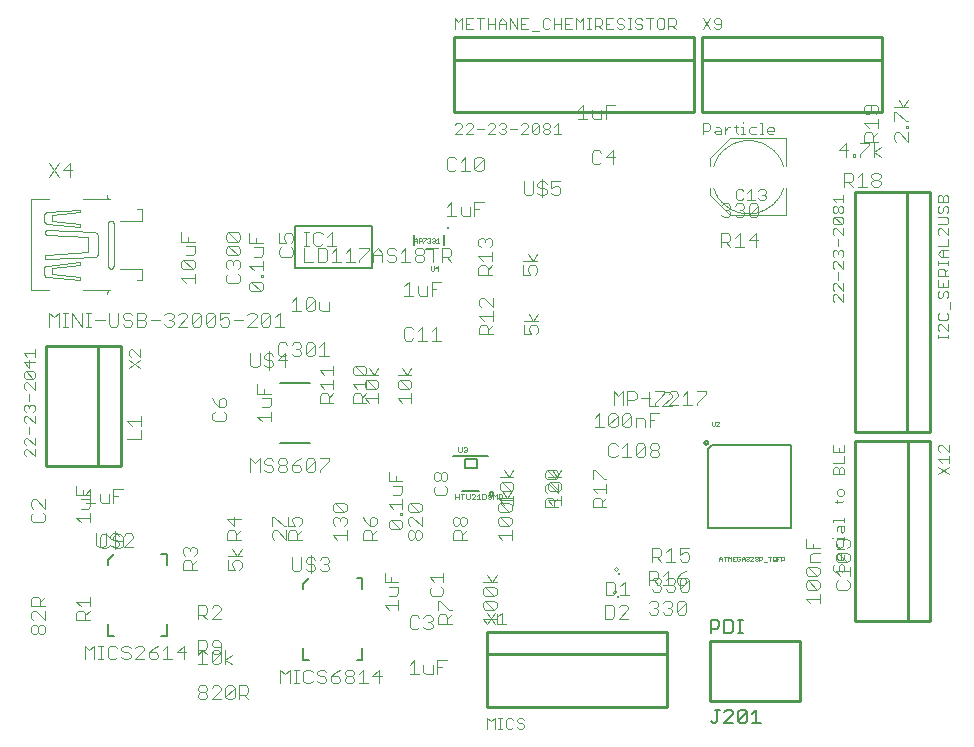
<source format=gto>
G75*
%MOIN*%
%OFA0B0*%
%FSLAX25Y25*%
%IPPOS*%
%LPD*%
%AMOC8*
5,1,8,0,0,1.08239X$1,22.5*
%
%ADD10C,0.00400*%
%ADD11C,0.01000*%
%ADD12C,0.00500*%
%ADD13C,0.00800*%
%ADD14C,0.00100*%
%ADD15C,0.00600*%
%ADD16C,0.01000*%
%ADD17C,0.00250*%
%ADD18C,0.00984*%
%ADD19C,0.00200*%
%ADD20C,0.00300*%
D10*
X0023471Y0026296D02*
X0023471Y0030900D01*
X0025006Y0029366D01*
X0026540Y0030900D01*
X0026540Y0026296D01*
X0028075Y0026296D02*
X0029610Y0026296D01*
X0028842Y0026296D02*
X0028842Y0030900D01*
X0028075Y0030900D02*
X0029610Y0030900D01*
X0031144Y0030133D02*
X0031144Y0027064D01*
X0031911Y0026296D01*
X0033446Y0026296D01*
X0034213Y0027064D01*
X0035748Y0027064D02*
X0036515Y0026296D01*
X0038050Y0026296D01*
X0038817Y0027064D01*
X0038817Y0027831D01*
X0038050Y0028598D01*
X0036515Y0028598D01*
X0035748Y0029366D01*
X0035748Y0030133D01*
X0036515Y0030900D01*
X0038050Y0030900D01*
X0038817Y0030133D01*
X0040352Y0030133D02*
X0041119Y0030900D01*
X0042654Y0030900D01*
X0043421Y0030133D01*
X0043421Y0029366D01*
X0040352Y0026296D01*
X0043421Y0026296D01*
X0044956Y0027064D02*
X0045723Y0026296D01*
X0047258Y0026296D01*
X0048025Y0027064D01*
X0048025Y0027831D01*
X0047258Y0028598D01*
X0044956Y0028598D01*
X0044956Y0027064D01*
X0044956Y0028598D02*
X0046491Y0030133D01*
X0048025Y0030900D01*
X0049560Y0029366D02*
X0051095Y0030900D01*
X0051095Y0026296D01*
X0052629Y0026296D02*
X0049560Y0026296D01*
X0054164Y0028598D02*
X0056466Y0030900D01*
X0056466Y0026296D01*
X0057233Y0028598D02*
X0054164Y0028598D01*
X0061187Y0027987D02*
X0061187Y0032591D01*
X0063489Y0032591D01*
X0064257Y0031824D01*
X0064257Y0030289D01*
X0063489Y0029522D01*
X0061187Y0029522D01*
X0062722Y0029522D02*
X0064257Y0027987D01*
X0065791Y0028537D02*
X0066559Y0029304D01*
X0068093Y0029304D01*
X0068861Y0028537D01*
X0065791Y0025467D01*
X0066559Y0024700D01*
X0068093Y0024700D01*
X0068861Y0025467D01*
X0068861Y0028537D01*
X0068861Y0028755D02*
X0068861Y0031824D01*
X0068093Y0032591D01*
X0066559Y0032591D01*
X0065791Y0031824D01*
X0065791Y0031057D01*
X0066559Y0030289D01*
X0068861Y0030289D01*
X0068861Y0028755D02*
X0068093Y0027987D01*
X0066559Y0027987D01*
X0065791Y0028755D01*
X0065791Y0028537D02*
X0065791Y0025467D01*
X0064257Y0024700D02*
X0061187Y0024700D01*
X0062722Y0024700D02*
X0062722Y0029304D01*
X0061187Y0027769D01*
X0070395Y0026235D02*
X0072697Y0027769D01*
X0070395Y0026235D02*
X0072697Y0024700D01*
X0070395Y0024700D02*
X0070395Y0029304D01*
X0068861Y0039700D02*
X0065791Y0039700D01*
X0068861Y0042769D01*
X0068861Y0043537D01*
X0068093Y0044304D01*
X0066559Y0044304D01*
X0065791Y0043537D01*
X0064257Y0043537D02*
X0064257Y0042002D01*
X0063489Y0041235D01*
X0061187Y0041235D01*
X0061187Y0039700D02*
X0061187Y0044304D01*
X0063489Y0044304D01*
X0064257Y0043537D01*
X0062722Y0041235D02*
X0064257Y0039700D01*
X0060787Y0056200D02*
X0056184Y0056200D01*
X0056184Y0058502D01*
X0056951Y0059269D01*
X0058486Y0059269D01*
X0059253Y0058502D01*
X0059253Y0056200D01*
X0059253Y0057735D02*
X0060787Y0059269D01*
X0060020Y0060804D02*
X0060787Y0061571D01*
X0060787Y0063106D01*
X0060020Y0063873D01*
X0059253Y0063873D01*
X0058486Y0063106D01*
X0058486Y0062339D01*
X0058486Y0063106D02*
X0057718Y0063873D01*
X0056951Y0063873D01*
X0056184Y0063106D01*
X0056184Y0061571D01*
X0056951Y0060804D01*
X0071184Y0060804D02*
X0075788Y0060804D01*
X0074253Y0060804D02*
X0072718Y0063106D01*
X0074253Y0060804D02*
X0075788Y0063106D01*
X0075020Y0059269D02*
X0075788Y0058502D01*
X0075788Y0056967D01*
X0075020Y0056200D01*
X0073486Y0056200D02*
X0072718Y0057735D01*
X0072718Y0058502D01*
X0073486Y0059269D01*
X0075020Y0059269D01*
X0073486Y0056200D02*
X0071184Y0056200D01*
X0071184Y0059269D01*
X0070934Y0066200D02*
X0070934Y0068502D01*
X0071701Y0069269D01*
X0073236Y0069269D01*
X0074003Y0068502D01*
X0074003Y0066200D01*
X0075538Y0066200D02*
X0070934Y0066200D01*
X0074003Y0067735D02*
X0075538Y0069269D01*
X0073236Y0070804D02*
X0070934Y0073106D01*
X0075538Y0073106D01*
X0073236Y0073873D02*
X0073236Y0070804D01*
X0085934Y0070804D02*
X0085934Y0073873D01*
X0086701Y0073873D01*
X0089770Y0070804D01*
X0090537Y0070804D01*
X0091184Y0070804D02*
X0093486Y0070804D01*
X0092718Y0072339D01*
X0092718Y0073106D01*
X0093486Y0073873D01*
X0095020Y0073873D01*
X0095787Y0073106D01*
X0095787Y0071571D01*
X0095020Y0070804D01*
X0095787Y0069269D02*
X0094253Y0067735D01*
X0094253Y0068502D02*
X0094253Y0066200D01*
X0095787Y0066200D02*
X0091184Y0066200D01*
X0091184Y0068502D01*
X0091951Y0069269D01*
X0093486Y0069269D01*
X0094253Y0068502D01*
X0090537Y0069269D02*
X0090537Y0066200D01*
X0087468Y0069269D01*
X0086701Y0069269D01*
X0085934Y0068502D01*
X0085934Y0066967D01*
X0086701Y0066200D01*
X0091184Y0070804D02*
X0091184Y0073873D01*
X0098797Y0061069D02*
X0098797Y0054931D01*
X0099564Y0055698D02*
X0100331Y0056465D01*
X0100331Y0057233D01*
X0099564Y0058000D01*
X0098029Y0058000D01*
X0097262Y0058767D01*
X0097262Y0059535D01*
X0098029Y0060302D01*
X0099564Y0060302D01*
X0100331Y0059535D01*
X0101866Y0059535D02*
X0102633Y0060302D01*
X0104168Y0060302D01*
X0104935Y0059535D01*
X0104935Y0058767D01*
X0104168Y0058000D01*
X0104935Y0057233D01*
X0104935Y0056465D01*
X0104168Y0055698D01*
X0102633Y0055698D01*
X0101866Y0056465D01*
X0103400Y0058000D02*
X0104168Y0058000D01*
X0099564Y0055698D02*
X0098029Y0055698D01*
X0097262Y0056465D01*
X0095727Y0056465D02*
X0095727Y0060302D01*
X0092658Y0060302D02*
X0092658Y0056465D01*
X0093425Y0055698D01*
X0094960Y0055698D01*
X0095727Y0056465D01*
X0106184Y0067735D02*
X0110787Y0067735D01*
X0110787Y0069269D02*
X0110787Y0066200D01*
X0107718Y0066200D02*
X0106184Y0067735D01*
X0106951Y0070804D02*
X0106184Y0071571D01*
X0106184Y0073106D01*
X0106951Y0073873D01*
X0107718Y0073873D01*
X0108486Y0073106D01*
X0109253Y0073873D01*
X0110020Y0073873D01*
X0110787Y0073106D01*
X0110787Y0071571D01*
X0110020Y0070804D01*
X0108486Y0072339D02*
X0108486Y0073106D01*
X0110020Y0075408D02*
X0106951Y0075408D01*
X0106184Y0076175D01*
X0106184Y0077710D01*
X0106951Y0078477D01*
X0110020Y0075408D01*
X0110787Y0076175D01*
X0110787Y0077710D01*
X0110020Y0078477D01*
X0106951Y0078477D01*
X0116184Y0073873D02*
X0116951Y0072339D01*
X0118486Y0070804D01*
X0118486Y0073106D01*
X0119253Y0073873D01*
X0120020Y0073873D01*
X0120787Y0073106D01*
X0120787Y0071571D01*
X0120020Y0070804D01*
X0118486Y0070804D01*
X0118486Y0069269D02*
X0116951Y0069269D01*
X0116184Y0068502D01*
X0116184Y0066200D01*
X0120787Y0066200D01*
X0119253Y0066200D02*
X0119253Y0068502D01*
X0118486Y0069269D01*
X0119253Y0067735D02*
X0120787Y0069269D01*
X0124821Y0070400D02*
X0124821Y0071934D01*
X0125588Y0072702D01*
X0128658Y0069632D01*
X0129425Y0070400D01*
X0129425Y0071934D01*
X0128658Y0072702D01*
X0125588Y0072702D01*
X0124821Y0070400D02*
X0125588Y0069632D01*
X0128658Y0069632D01*
X0131184Y0068502D02*
X0131184Y0066967D01*
X0131951Y0066200D01*
X0132718Y0066200D01*
X0133486Y0066967D01*
X0133486Y0068502D01*
X0134253Y0069269D01*
X0135020Y0069269D01*
X0135788Y0068502D01*
X0135788Y0066967D01*
X0135020Y0066200D01*
X0134253Y0066200D01*
X0133486Y0066967D01*
X0133486Y0068502D02*
X0132718Y0069269D01*
X0131951Y0069269D01*
X0131184Y0068502D01*
X0131951Y0070804D02*
X0131184Y0071571D01*
X0131184Y0073106D01*
X0131951Y0073873D01*
X0132718Y0073873D01*
X0135788Y0070804D01*
X0135788Y0073873D01*
X0135020Y0075408D02*
X0131951Y0078477D01*
X0135020Y0078477D01*
X0135788Y0077710D01*
X0135788Y0076175D01*
X0135020Y0075408D01*
X0131951Y0075408D01*
X0131184Y0076175D01*
X0131184Y0077710D01*
X0131951Y0078477D01*
X0129425Y0078073D02*
X0124821Y0078073D01*
X0126356Y0076538D01*
X0128658Y0075004D02*
X0129425Y0075004D01*
X0129425Y0074236D01*
X0128658Y0074236D01*
X0128658Y0075004D01*
X0129425Y0076538D02*
X0129425Y0079607D01*
X0128658Y0081142D02*
X0126356Y0081142D01*
X0128658Y0081142D02*
X0129425Y0081909D01*
X0129425Y0084211D01*
X0126356Y0084211D01*
X0127123Y0085746D02*
X0127123Y0087281D01*
X0124821Y0085746D02*
X0124821Y0088815D01*
X0124821Y0085746D02*
X0129425Y0085746D01*
X0139821Y0086513D02*
X0139821Y0088048D01*
X0140588Y0088815D01*
X0141356Y0088815D01*
X0142123Y0088048D01*
X0142123Y0086513D01*
X0141356Y0085746D01*
X0140588Y0085746D01*
X0139821Y0086513D01*
X0142123Y0086513D02*
X0142890Y0085746D01*
X0143658Y0085746D01*
X0144425Y0086513D01*
X0144425Y0088048D01*
X0143658Y0088815D01*
X0142890Y0088815D01*
X0142123Y0088048D01*
X0140588Y0084211D02*
X0139821Y0083444D01*
X0139821Y0081909D01*
X0140588Y0081142D01*
X0143658Y0081142D01*
X0144425Y0081909D01*
X0144425Y0083444D01*
X0143658Y0084211D01*
X0146951Y0073873D02*
X0147718Y0073873D01*
X0148486Y0073106D01*
X0148486Y0071571D01*
X0147718Y0070804D01*
X0146951Y0070804D01*
X0146184Y0071571D01*
X0146184Y0073106D01*
X0146951Y0073873D01*
X0148486Y0073106D02*
X0149253Y0073873D01*
X0150020Y0073873D01*
X0150788Y0073106D01*
X0150788Y0071571D01*
X0150020Y0070804D01*
X0149253Y0070804D01*
X0148486Y0071571D01*
X0148486Y0069269D02*
X0149253Y0068502D01*
X0149253Y0066200D01*
X0150788Y0066200D02*
X0146184Y0066200D01*
X0146184Y0068502D01*
X0146951Y0069269D01*
X0148486Y0069269D01*
X0149253Y0067735D02*
X0150788Y0069269D01*
X0161184Y0067735D02*
X0165788Y0067735D01*
X0165788Y0069269D02*
X0165788Y0066200D01*
X0162718Y0066200D02*
X0161184Y0067735D01*
X0161951Y0070804D02*
X0161184Y0071571D01*
X0161184Y0073106D01*
X0161951Y0073873D01*
X0165020Y0070804D01*
X0165788Y0071571D01*
X0165788Y0073106D01*
X0165020Y0073873D01*
X0161951Y0073873D01*
X0161951Y0075408D02*
X0161184Y0076175D01*
X0161184Y0077710D01*
X0161951Y0078477D01*
X0165020Y0075408D01*
X0165788Y0076175D01*
X0165788Y0077710D01*
X0165020Y0078477D01*
X0161951Y0078477D01*
X0161821Y0079340D02*
X0166425Y0079340D01*
X0165788Y0080012D02*
X0161184Y0080012D01*
X0161821Y0079340D02*
X0163356Y0077806D01*
X0164253Y0080012D02*
X0162718Y0082314D01*
X0162588Y0082409D02*
X0161821Y0083177D01*
X0161821Y0084711D01*
X0162588Y0085479D01*
X0165658Y0082409D01*
X0166425Y0083177D01*
X0166425Y0084711D01*
X0165658Y0085479D01*
X0162588Y0085479D01*
X0161821Y0087013D02*
X0166425Y0087013D01*
X0164890Y0087013D02*
X0163356Y0089315D01*
X0164890Y0087013D02*
X0166425Y0089315D01*
X0165658Y0082409D02*
X0162588Y0082409D01*
X0164253Y0080012D02*
X0165788Y0082314D01*
X0166425Y0080875D02*
X0166425Y0077806D01*
X0165020Y0075408D02*
X0161951Y0075408D01*
X0161951Y0070804D02*
X0165020Y0070804D01*
X0176821Y0077038D02*
X0176821Y0079340D01*
X0177588Y0080107D01*
X0179123Y0080107D01*
X0179890Y0079340D01*
X0179890Y0077038D01*
X0179356Y0077806D02*
X0177821Y0079340D01*
X0182425Y0079340D01*
X0181425Y0080107D02*
X0179890Y0078573D01*
X0181425Y0077038D02*
X0176821Y0077038D01*
X0177588Y0081642D02*
X0176821Y0082409D01*
X0176821Y0083944D01*
X0177588Y0084711D01*
X0178356Y0084711D01*
X0181425Y0081642D01*
X0181425Y0084711D01*
X0181658Y0085479D02*
X0182425Y0084711D01*
X0182425Y0083177D01*
X0181658Y0082409D01*
X0178588Y0085479D01*
X0181658Y0085479D01*
X0180658Y0086246D02*
X0177588Y0089315D01*
X0180658Y0089315D01*
X0181425Y0088548D01*
X0181425Y0087013D01*
X0180658Y0086246D01*
X0177588Y0086246D01*
X0176821Y0087013D01*
X0176821Y0088548D01*
X0177588Y0089315D01*
X0179356Y0089315D02*
X0180890Y0087013D01*
X0182425Y0089315D01*
X0182425Y0087013D02*
X0177821Y0087013D01*
X0178588Y0085479D02*
X0177821Y0084711D01*
X0177821Y0083177D01*
X0178588Y0082409D01*
X0181658Y0082409D01*
X0182425Y0080875D02*
X0182425Y0077806D01*
X0192821Y0077038D02*
X0192821Y0079340D01*
X0193588Y0080107D01*
X0195123Y0080107D01*
X0195890Y0079340D01*
X0195890Y0077038D01*
X0195890Y0078573D02*
X0197425Y0080107D01*
X0197425Y0081642D02*
X0197425Y0084711D01*
X0197425Y0083177D02*
X0192821Y0083177D01*
X0194356Y0081642D01*
X0192821Y0077038D02*
X0197425Y0077038D01*
X0197425Y0086246D02*
X0196658Y0086246D01*
X0193588Y0089315D01*
X0192821Y0089315D01*
X0192821Y0086246D01*
X0198839Y0093700D02*
X0200374Y0093700D01*
X0201141Y0094467D01*
X0202676Y0093700D02*
X0205745Y0093700D01*
X0204210Y0093700D02*
X0204210Y0098304D01*
X0202676Y0096769D01*
X0201141Y0097537D02*
X0200374Y0098304D01*
X0198839Y0098304D01*
X0198072Y0097537D01*
X0198072Y0094467D01*
X0198839Y0093700D01*
X0207280Y0094467D02*
X0210349Y0097537D01*
X0210349Y0094467D01*
X0209582Y0093700D01*
X0208047Y0093700D01*
X0207280Y0094467D01*
X0207280Y0097537D01*
X0208047Y0098304D01*
X0209582Y0098304D01*
X0210349Y0097537D01*
X0211884Y0097537D02*
X0211884Y0096769D01*
X0212651Y0096002D01*
X0214185Y0096002D01*
X0214953Y0095235D01*
X0214953Y0094467D01*
X0214185Y0093700D01*
X0212651Y0093700D01*
X0211884Y0094467D01*
X0211884Y0095235D01*
X0212651Y0096002D01*
X0214185Y0096002D02*
X0214953Y0096769D01*
X0214953Y0097537D01*
X0214185Y0098304D01*
X0212651Y0098304D01*
X0211884Y0097537D01*
X0211884Y0103700D02*
X0211884Y0108304D01*
X0214953Y0108304D01*
X0214557Y0110700D02*
X0211487Y0110700D01*
X0211487Y0115304D01*
X0212090Y0113352D02*
X0209020Y0113352D01*
X0207486Y0113352D02*
X0207486Y0114887D01*
X0206718Y0115654D01*
X0204416Y0115654D01*
X0204416Y0111050D01*
X0202882Y0111050D02*
X0202882Y0115654D01*
X0201347Y0114119D01*
X0199812Y0115654D01*
X0199812Y0111050D01*
X0200374Y0108304D02*
X0198839Y0108304D01*
X0198072Y0107537D01*
X0198072Y0104467D01*
X0201141Y0107537D01*
X0201141Y0104467D01*
X0200374Y0103700D01*
X0198839Y0103700D01*
X0198072Y0104467D01*
X0196537Y0103700D02*
X0193468Y0103700D01*
X0195002Y0103700D02*
X0195002Y0108304D01*
X0193468Y0106769D01*
X0200374Y0108304D02*
X0201141Y0107537D01*
X0202676Y0107537D02*
X0203443Y0108304D01*
X0204978Y0108304D01*
X0205745Y0107537D01*
X0202676Y0104467D01*
X0203443Y0103700D01*
X0204978Y0103700D01*
X0205745Y0104467D01*
X0205745Y0107537D01*
X0207280Y0106769D02*
X0209582Y0106769D01*
X0210349Y0106002D01*
X0210349Y0103700D01*
X0211884Y0106002D02*
X0213418Y0106002D01*
X0213624Y0111050D02*
X0213624Y0111817D01*
X0216694Y0114887D01*
X0216694Y0115654D01*
X0213624Y0115654D01*
X0216091Y0114537D02*
X0216859Y0115304D01*
X0218393Y0115304D01*
X0219161Y0114537D01*
X0219161Y0113769D01*
X0216091Y0110700D01*
X0219161Y0110700D01*
X0218228Y0111050D02*
X0221297Y0111050D01*
X0222832Y0111050D02*
X0225901Y0111050D01*
X0224367Y0111050D02*
X0224367Y0115654D01*
X0222832Y0114119D01*
X0221297Y0114119D02*
X0221297Y0114887D01*
X0220530Y0115654D01*
X0218996Y0115654D01*
X0218228Y0114887D01*
X0221297Y0114119D02*
X0218228Y0111050D01*
X0227436Y0111050D02*
X0227436Y0111817D01*
X0230505Y0114887D01*
X0230505Y0115654D01*
X0227436Y0115654D01*
X0207486Y0113352D02*
X0206718Y0112585D01*
X0204416Y0112585D01*
X0202676Y0107537D02*
X0202676Y0104467D01*
X0207280Y0103700D02*
X0207280Y0106769D01*
X0174550Y0135342D02*
X0173783Y0134575D01*
X0174550Y0135342D02*
X0174550Y0136877D01*
X0173783Y0137644D01*
X0172248Y0137644D01*
X0171481Y0136877D01*
X0171481Y0136110D01*
X0172248Y0134575D01*
X0169946Y0134575D01*
X0169946Y0137644D01*
X0169946Y0139179D02*
X0174550Y0139179D01*
X0173015Y0139179D02*
X0174550Y0141481D01*
X0173015Y0139179D02*
X0171481Y0141481D01*
X0159550Y0142248D02*
X0159550Y0139179D01*
X0159550Y0140714D02*
X0154946Y0140714D01*
X0156481Y0139179D01*
X0157248Y0137644D02*
X0158015Y0136877D01*
X0158015Y0134575D01*
X0158015Y0136110D02*
X0159550Y0137644D01*
X0157248Y0137644D02*
X0155713Y0137644D01*
X0154946Y0136877D01*
X0154946Y0134575D01*
X0159550Y0134575D01*
X0159550Y0143783D02*
X0156481Y0146852D01*
X0155713Y0146852D01*
X0154946Y0146085D01*
X0154946Y0144550D01*
X0155713Y0143783D01*
X0159550Y0143783D02*
X0159550Y0146852D01*
X0159338Y0154550D02*
X0154734Y0154550D01*
X0154734Y0156852D01*
X0155501Y0157619D01*
X0157036Y0157619D01*
X0157803Y0156852D01*
X0157803Y0154550D01*
X0157803Y0156085D02*
X0159338Y0157619D01*
X0159338Y0159154D02*
X0159338Y0162223D01*
X0159338Y0160689D02*
X0154734Y0160689D01*
X0156268Y0159154D01*
X0155501Y0163758D02*
X0154734Y0164525D01*
X0154734Y0166060D01*
X0155501Y0166827D01*
X0156268Y0166827D01*
X0157036Y0166060D01*
X0157803Y0166827D01*
X0158570Y0166827D01*
X0159338Y0166060D01*
X0159338Y0164525D01*
X0158570Y0163758D01*
X0157036Y0165292D02*
X0157036Y0166060D01*
X0153395Y0174112D02*
X0153395Y0178716D01*
X0156465Y0178716D01*
X0154930Y0176414D02*
X0153395Y0176414D01*
X0151861Y0177182D02*
X0151861Y0174112D01*
X0149559Y0174112D01*
X0148791Y0174880D01*
X0148791Y0177182D01*
X0145722Y0178716D02*
X0145722Y0174112D01*
X0144188Y0174112D02*
X0147257Y0174112D01*
X0144188Y0177182D02*
X0145722Y0178716D01*
X0144955Y0189112D02*
X0146489Y0189112D01*
X0147257Y0189880D01*
X0148791Y0189112D02*
X0151861Y0189112D01*
X0150326Y0189112D02*
X0150326Y0193716D01*
X0148791Y0192182D01*
X0147257Y0192949D02*
X0146489Y0193716D01*
X0144955Y0193716D01*
X0144188Y0192949D01*
X0144188Y0189880D01*
X0144955Y0189112D01*
X0153395Y0189880D02*
X0156465Y0192949D01*
X0156465Y0189880D01*
X0155697Y0189112D01*
X0154163Y0189112D01*
X0153395Y0189880D01*
X0153395Y0192949D01*
X0154163Y0193716D01*
X0155697Y0193716D01*
X0156465Y0192949D01*
X0157874Y0201350D02*
X0160276Y0203752D01*
X0160276Y0204353D01*
X0159676Y0204953D01*
X0158475Y0204953D01*
X0157874Y0204353D01*
X0156593Y0203152D02*
X0154191Y0203152D01*
X0152910Y0203752D02*
X0152910Y0204353D01*
X0152310Y0204953D01*
X0151109Y0204953D01*
X0150508Y0204353D01*
X0149227Y0204353D02*
X0148627Y0204953D01*
X0147426Y0204953D01*
X0146825Y0204353D01*
X0149227Y0204353D02*
X0149227Y0203752D01*
X0146825Y0201350D01*
X0149227Y0201350D01*
X0150508Y0201350D02*
X0152910Y0203752D01*
X0152910Y0201350D02*
X0150508Y0201350D01*
X0157874Y0201350D02*
X0160276Y0201350D01*
X0161558Y0201951D02*
X0162158Y0201350D01*
X0163359Y0201350D01*
X0163960Y0201951D01*
X0163960Y0202551D01*
X0163359Y0203152D01*
X0162759Y0203152D01*
X0163359Y0203152D02*
X0163960Y0203752D01*
X0163960Y0204353D01*
X0163359Y0204953D01*
X0162158Y0204953D01*
X0161558Y0204353D01*
X0165241Y0203152D02*
X0167643Y0203152D01*
X0168924Y0204353D02*
X0169524Y0204953D01*
X0170725Y0204953D01*
X0171326Y0204353D01*
X0171326Y0203752D01*
X0168924Y0201350D01*
X0171326Y0201350D01*
X0172607Y0201951D02*
X0175009Y0204353D01*
X0175009Y0201951D01*
X0174409Y0201350D01*
X0173208Y0201350D01*
X0172607Y0201951D01*
X0172607Y0204353D01*
X0173208Y0204953D01*
X0174409Y0204953D01*
X0175009Y0204353D01*
X0176290Y0204353D02*
X0176290Y0203752D01*
X0176891Y0203152D01*
X0178092Y0203152D01*
X0178692Y0202551D01*
X0178692Y0201951D01*
X0178092Y0201350D01*
X0176891Y0201350D01*
X0176290Y0201951D01*
X0176290Y0202551D01*
X0176891Y0203152D01*
X0178092Y0203152D02*
X0178692Y0203752D01*
X0178692Y0204353D01*
X0178092Y0204953D01*
X0176891Y0204953D01*
X0176290Y0204353D01*
X0179973Y0203752D02*
X0181174Y0204953D01*
X0181174Y0201350D01*
X0179973Y0201350D02*
X0182375Y0201350D01*
X0188013Y0206350D02*
X0191082Y0206350D01*
X0189548Y0206350D02*
X0189548Y0210954D01*
X0188013Y0209419D01*
X0192617Y0209419D02*
X0192617Y0207117D01*
X0193384Y0206350D01*
X0195686Y0206350D01*
X0195686Y0209419D01*
X0197221Y0208652D02*
X0198756Y0208652D01*
X0197221Y0210954D02*
X0200290Y0210954D01*
X0197221Y0210954D02*
X0197221Y0206350D01*
X0194919Y0195954D02*
X0193384Y0195954D01*
X0192617Y0195187D01*
X0192617Y0192117D01*
X0193384Y0191350D01*
X0194919Y0191350D01*
X0195686Y0192117D01*
X0197221Y0193652D02*
X0200290Y0193652D01*
X0199523Y0191350D02*
X0199523Y0195954D01*
X0197221Y0193652D01*
X0195686Y0195187D02*
X0194919Y0195954D01*
X0182090Y0185654D02*
X0179020Y0185654D01*
X0179020Y0183352D01*
X0180555Y0184119D01*
X0181322Y0184119D01*
X0182090Y0183352D01*
X0182090Y0181817D01*
X0181322Y0181050D01*
X0179788Y0181050D01*
X0179020Y0181817D01*
X0177486Y0181817D02*
X0177486Y0182585D01*
X0176718Y0183352D01*
X0175184Y0183352D01*
X0174416Y0184119D01*
X0174416Y0184887D01*
X0175184Y0185654D01*
X0176718Y0185654D01*
X0177486Y0184887D01*
X0175951Y0186421D02*
X0175951Y0180283D01*
X0175184Y0181050D02*
X0176718Y0181050D01*
X0177486Y0181817D01*
X0175184Y0181050D02*
X0174416Y0181817D01*
X0172882Y0181817D02*
X0172882Y0185654D01*
X0169813Y0185654D02*
X0169813Y0181817D01*
X0170580Y0181050D01*
X0172114Y0181050D01*
X0172882Y0181817D01*
X0174337Y0161456D02*
X0172803Y0159154D01*
X0171268Y0161456D01*
X0169734Y0159154D02*
X0174337Y0159154D01*
X0173570Y0157619D02*
X0174337Y0156852D01*
X0174337Y0155317D01*
X0173570Y0154550D01*
X0172036Y0154550D02*
X0171268Y0156085D01*
X0171268Y0156852D01*
X0172036Y0157619D01*
X0173570Y0157619D01*
X0172036Y0154550D02*
X0169734Y0154550D01*
X0169734Y0157619D01*
X0145746Y0158738D02*
X0144211Y0160272D01*
X0144979Y0160272D02*
X0142677Y0160272D01*
X0142677Y0158738D02*
X0142677Y0163341D01*
X0144979Y0163341D01*
X0145746Y0162574D01*
X0145746Y0161039D01*
X0144979Y0160272D01*
X0141142Y0163341D02*
X0138073Y0163341D01*
X0139607Y0163341D02*
X0139607Y0158738D01*
X0136538Y0159505D02*
X0135771Y0158738D01*
X0134236Y0158738D01*
X0133469Y0159505D01*
X0133469Y0160272D01*
X0134236Y0161039D01*
X0135771Y0161039D01*
X0136538Y0160272D01*
X0136538Y0159505D01*
X0135771Y0161039D02*
X0136538Y0161807D01*
X0136538Y0162574D01*
X0135771Y0163341D01*
X0134236Y0163341D01*
X0133469Y0162574D01*
X0133469Y0161807D01*
X0134236Y0161039D01*
X0131934Y0158738D02*
X0128865Y0158738D01*
X0130400Y0158738D02*
X0130400Y0163341D01*
X0128865Y0161807D01*
X0127330Y0162574D02*
X0126563Y0163341D01*
X0125028Y0163341D01*
X0124261Y0162574D01*
X0124261Y0161807D01*
X0125028Y0161039D01*
X0126563Y0161039D01*
X0127330Y0160272D01*
X0127330Y0159505D01*
X0126563Y0158738D01*
X0125028Y0158738D01*
X0124261Y0159505D01*
X0122726Y0158738D02*
X0122726Y0161807D01*
X0121192Y0163341D01*
X0119657Y0161807D01*
X0119657Y0158738D01*
X0119657Y0161039D02*
X0122726Y0161039D01*
X0118122Y0162574D02*
X0115053Y0159505D01*
X0115053Y0158738D01*
X0113519Y0158738D02*
X0110449Y0158738D01*
X0108915Y0158738D02*
X0105845Y0158738D01*
X0107380Y0158738D02*
X0107380Y0163341D01*
X0105845Y0161807D01*
X0104311Y0162574D02*
X0104311Y0159505D01*
X0103543Y0158738D01*
X0101241Y0158738D01*
X0101241Y0163341D01*
X0103543Y0163341D01*
X0104311Y0162574D01*
X0104311Y0164138D02*
X0107380Y0164138D01*
X0105845Y0164138D02*
X0105845Y0168741D01*
X0104311Y0167207D01*
X0102776Y0167974D02*
X0102009Y0168741D01*
X0100474Y0168741D01*
X0099707Y0167974D01*
X0099707Y0164905D01*
X0100474Y0164138D01*
X0102009Y0164138D01*
X0102776Y0164905D01*
X0098172Y0164138D02*
X0096637Y0164138D01*
X0097405Y0164138D02*
X0097405Y0168741D01*
X0098172Y0168741D02*
X0096637Y0168741D01*
X0092887Y0167473D02*
X0092887Y0165938D01*
X0092120Y0165171D01*
X0090586Y0165171D02*
X0089818Y0166706D01*
X0089818Y0167473D01*
X0090586Y0168240D01*
X0092120Y0168240D01*
X0092887Y0167473D01*
X0090586Y0165171D02*
X0088284Y0165171D01*
X0088284Y0168240D01*
X0089051Y0163636D02*
X0088284Y0162869D01*
X0088284Y0161334D01*
X0089051Y0160567D01*
X0092120Y0160567D01*
X0092887Y0161334D01*
X0092887Y0162869D01*
X0092120Y0163636D01*
X0096637Y0163341D02*
X0096637Y0158738D01*
X0099707Y0158738D01*
X0110449Y0161807D02*
X0111984Y0163341D01*
X0111984Y0158738D01*
X0115053Y0163341D02*
X0118122Y0163341D01*
X0118122Y0162574D01*
X0129926Y0150619D02*
X0131460Y0152154D01*
X0131460Y0147550D01*
X0129926Y0147550D02*
X0132995Y0147550D01*
X0134530Y0148317D02*
X0135297Y0147550D01*
X0137599Y0147550D01*
X0137599Y0150619D01*
X0139134Y0149852D02*
X0140668Y0149852D01*
X0139134Y0147550D02*
X0139134Y0152154D01*
X0142203Y0152154D01*
X0134530Y0150619D02*
X0134530Y0148317D01*
X0136064Y0137154D02*
X0136064Y0132550D01*
X0134530Y0132550D02*
X0137599Y0132550D01*
X0139134Y0132550D02*
X0142203Y0132550D01*
X0140668Y0132550D02*
X0140668Y0137154D01*
X0139134Y0135619D01*
X0136064Y0137154D02*
X0134530Y0135619D01*
X0132995Y0136387D02*
X0132228Y0137154D01*
X0130693Y0137154D01*
X0129926Y0136387D01*
X0129926Y0133317D01*
X0130693Y0132550D01*
X0132228Y0132550D01*
X0132995Y0133317D01*
X0132425Y0123360D02*
X0130890Y0121058D01*
X0129356Y0123360D01*
X0127821Y0121058D02*
X0132425Y0121058D01*
X0131658Y0119523D02*
X0128588Y0119523D01*
X0131658Y0116454D01*
X0132425Y0117221D01*
X0132425Y0118756D01*
X0131658Y0119523D01*
X0131658Y0116454D02*
X0128588Y0116454D01*
X0127821Y0117221D01*
X0127821Y0118756D01*
X0128588Y0119523D01*
X0132425Y0114919D02*
X0132425Y0111850D01*
X0132425Y0113385D02*
X0127821Y0113385D01*
X0129356Y0111850D01*
X0121425Y0111850D02*
X0121425Y0114919D01*
X0121425Y0113385D02*
X0116821Y0113385D01*
X0118356Y0111850D01*
X0117425Y0111850D02*
X0112821Y0111850D01*
X0112821Y0114152D01*
X0113588Y0114919D01*
X0115123Y0114919D01*
X0115890Y0114152D01*
X0115890Y0111850D01*
X0115890Y0113385D02*
X0117425Y0114919D01*
X0117425Y0116454D02*
X0117425Y0119523D01*
X0117588Y0119523D02*
X0120658Y0116454D01*
X0121425Y0117221D01*
X0121425Y0118756D01*
X0120658Y0119523D01*
X0117588Y0119523D01*
X0116821Y0118756D01*
X0116821Y0117221D01*
X0117588Y0116454D01*
X0120658Y0116454D01*
X0117425Y0117989D02*
X0112821Y0117989D01*
X0114356Y0116454D01*
X0113588Y0121058D02*
X0112821Y0121825D01*
X0112821Y0123360D01*
X0113588Y0124127D01*
X0116658Y0121058D01*
X0117425Y0121825D01*
X0117425Y0123360D01*
X0116658Y0124127D01*
X0113588Y0124127D01*
X0113588Y0121058D02*
X0116658Y0121058D01*
X0116821Y0121058D02*
X0121425Y0121058D01*
X0119890Y0121058D02*
X0118356Y0123360D01*
X0119890Y0121058D02*
X0121425Y0123360D01*
X0106425Y0124127D02*
X0106425Y0121058D01*
X0106425Y0122592D02*
X0101821Y0122592D01*
X0103356Y0121058D01*
X0106425Y0119523D02*
X0106425Y0116454D01*
X0106425Y0117989D02*
X0101821Y0117989D01*
X0103356Y0116454D01*
X0104123Y0114919D02*
X0104890Y0114152D01*
X0104890Y0111850D01*
X0104890Y0113385D02*
X0106425Y0114919D01*
X0104123Y0114919D02*
X0102588Y0114919D01*
X0101821Y0114152D01*
X0101821Y0111850D01*
X0106425Y0111850D01*
X0090260Y0123637D02*
X0090260Y0128241D01*
X0087958Y0125939D01*
X0091027Y0125939D01*
X0090199Y0127337D02*
X0090966Y0128105D01*
X0090199Y0127337D02*
X0088664Y0127337D01*
X0087897Y0128105D01*
X0087897Y0131174D01*
X0088664Y0131941D01*
X0090199Y0131941D01*
X0090966Y0131174D01*
X0092501Y0131174D02*
X0093268Y0131941D01*
X0094803Y0131941D01*
X0095570Y0131174D01*
X0095570Y0130407D01*
X0094803Y0129639D01*
X0095570Y0128872D01*
X0095570Y0128105D01*
X0094803Y0127337D01*
X0093268Y0127337D01*
X0092501Y0128105D01*
X0094035Y0129639D02*
X0094803Y0129639D01*
X0097105Y0128105D02*
X0100174Y0131174D01*
X0100174Y0128105D01*
X0099407Y0127337D01*
X0097872Y0127337D01*
X0097105Y0128105D01*
X0097105Y0131174D01*
X0097872Y0131941D01*
X0099407Y0131941D01*
X0100174Y0131174D01*
X0101709Y0130407D02*
X0103243Y0131941D01*
X0103243Y0127337D01*
X0101709Y0127337D02*
X0104778Y0127337D01*
X0089979Y0137200D02*
X0086910Y0137200D01*
X0088445Y0137200D02*
X0088445Y0141804D01*
X0086910Y0140269D01*
X0085375Y0141037D02*
X0085375Y0137967D01*
X0084608Y0137200D01*
X0083073Y0137200D01*
X0082306Y0137967D01*
X0085375Y0141037D01*
X0084608Y0141804D01*
X0083073Y0141804D01*
X0082306Y0141037D01*
X0082306Y0137967D01*
X0080771Y0137200D02*
X0077702Y0137200D01*
X0080771Y0140269D01*
X0080771Y0141037D01*
X0080004Y0141804D01*
X0078469Y0141804D01*
X0077702Y0141037D01*
X0076167Y0139502D02*
X0073098Y0139502D01*
X0071564Y0139502D02*
X0071564Y0137967D01*
X0070796Y0137200D01*
X0069262Y0137200D01*
X0068494Y0137967D01*
X0066960Y0137967D02*
X0066192Y0137200D01*
X0064658Y0137200D01*
X0063890Y0137967D01*
X0066960Y0141037D01*
X0066960Y0137967D01*
X0068494Y0139502D02*
X0070029Y0140269D01*
X0070796Y0140269D01*
X0071564Y0139502D01*
X0071564Y0141804D02*
X0068494Y0141804D01*
X0068494Y0139502D01*
X0066960Y0141037D02*
X0066192Y0141804D01*
X0064658Y0141804D01*
X0063890Y0141037D01*
X0063890Y0137967D01*
X0062356Y0137967D02*
X0062356Y0141037D01*
X0059286Y0137967D01*
X0060054Y0137200D01*
X0061588Y0137200D01*
X0062356Y0137967D01*
X0062356Y0141037D02*
X0061588Y0141804D01*
X0060054Y0141804D01*
X0059286Y0141037D01*
X0059286Y0137967D01*
X0057752Y0137200D02*
X0054682Y0137200D01*
X0057752Y0140269D01*
X0057752Y0141037D01*
X0056984Y0141804D01*
X0055450Y0141804D01*
X0054682Y0141037D01*
X0053148Y0141037D02*
X0052380Y0141804D01*
X0050846Y0141804D01*
X0050079Y0141037D01*
X0051613Y0139502D02*
X0052380Y0139502D01*
X0053148Y0138735D01*
X0053148Y0137967D01*
X0052380Y0137200D01*
X0050846Y0137200D01*
X0050079Y0137967D01*
X0048544Y0139502D02*
X0045475Y0139502D01*
X0043940Y0140269D02*
X0043173Y0139502D01*
X0040871Y0139502D01*
X0039336Y0138735D02*
X0038569Y0139502D01*
X0037034Y0139502D01*
X0036267Y0140269D01*
X0036267Y0141037D01*
X0037034Y0141804D01*
X0038569Y0141804D01*
X0039336Y0141037D01*
X0040871Y0141804D02*
X0040871Y0137200D01*
X0043173Y0137200D01*
X0043940Y0137967D01*
X0043940Y0138735D01*
X0043173Y0139502D01*
X0043940Y0140269D02*
X0043940Y0141037D01*
X0043173Y0141804D01*
X0040871Y0141804D01*
X0039336Y0138735D02*
X0039336Y0137967D01*
X0038569Y0137200D01*
X0037034Y0137200D01*
X0036267Y0137967D01*
X0034732Y0137967D02*
X0034732Y0141804D01*
X0031663Y0141804D02*
X0031663Y0137967D01*
X0032430Y0137200D01*
X0033965Y0137200D01*
X0034732Y0137967D01*
X0030128Y0139502D02*
X0027059Y0139502D01*
X0025524Y0141804D02*
X0023990Y0141804D01*
X0024757Y0141804D02*
X0024757Y0137200D01*
X0023990Y0137200D02*
X0025524Y0137200D01*
X0022455Y0137200D02*
X0022455Y0141804D01*
X0019386Y0141804D02*
X0022455Y0137200D01*
X0019386Y0137200D02*
X0019386Y0141804D01*
X0017851Y0141804D02*
X0016316Y0141804D01*
X0017084Y0141804D02*
X0017084Y0137200D01*
X0017851Y0137200D02*
X0016316Y0137200D01*
X0014782Y0137200D02*
X0014782Y0141804D01*
X0013247Y0140269D01*
X0011712Y0141804D01*
X0011712Y0137200D01*
X0006800Y0129631D02*
X0006800Y0127229D01*
X0006800Y0128430D02*
X0003197Y0128430D01*
X0004398Y0127229D01*
X0004998Y0125948D02*
X0004998Y0123546D01*
X0003197Y0125348D01*
X0006800Y0125348D01*
X0006199Y0122265D02*
X0006800Y0121665D01*
X0006800Y0120464D01*
X0006199Y0119863D01*
X0003797Y0122265D01*
X0006199Y0122265D01*
X0003797Y0122265D02*
X0003197Y0121665D01*
X0003197Y0120464D01*
X0003797Y0119863D01*
X0006199Y0119863D01*
X0006800Y0118582D02*
X0006800Y0116180D01*
X0004398Y0118582D01*
X0003797Y0118582D01*
X0003197Y0117981D01*
X0003197Y0116780D01*
X0003797Y0116180D01*
X0004998Y0114899D02*
X0004998Y0112497D01*
X0004398Y0111216D02*
X0004998Y0110615D01*
X0005599Y0111216D01*
X0006199Y0111216D01*
X0006800Y0110615D01*
X0006800Y0109414D01*
X0006199Y0108814D01*
X0006800Y0107533D02*
X0006800Y0105130D01*
X0004398Y0107533D01*
X0003797Y0107533D01*
X0003197Y0106932D01*
X0003197Y0105731D01*
X0003797Y0105130D01*
X0004998Y0103849D02*
X0004998Y0101447D01*
X0004398Y0100166D02*
X0003797Y0100166D01*
X0003197Y0099566D01*
X0003197Y0098365D01*
X0003797Y0097764D01*
X0003797Y0096483D02*
X0003197Y0095883D01*
X0003197Y0094682D01*
X0003797Y0094081D01*
X0003797Y0096483D02*
X0004398Y0096483D01*
X0006800Y0094081D01*
X0006800Y0096483D01*
X0006800Y0097764D02*
X0004398Y0100166D01*
X0006800Y0100166D02*
X0006800Y0097764D01*
X0003797Y0108814D02*
X0003197Y0109414D01*
X0003197Y0110615D01*
X0003797Y0111216D01*
X0004398Y0111216D01*
X0004998Y0110615D02*
X0004998Y0110015D01*
X0037709Y0105751D02*
X0042313Y0105751D01*
X0042313Y0104216D02*
X0042313Y0107286D01*
X0039243Y0104216D02*
X0037709Y0105751D01*
X0042313Y0102682D02*
X0042313Y0099612D01*
X0037709Y0099612D01*
X0020596Y0084227D02*
X0020596Y0081158D01*
X0025200Y0081158D01*
X0023838Y0081432D02*
X0025373Y0082966D01*
X0025373Y0078363D01*
X0025200Y0077321D02*
X0025200Y0079623D01*
X0022131Y0079623D01*
X0022898Y0081158D02*
X0022898Y0082692D01*
X0023838Y0078363D02*
X0026907Y0078363D01*
X0028442Y0079130D02*
X0029209Y0078363D01*
X0031511Y0078363D01*
X0031511Y0081432D01*
X0033046Y0080664D02*
X0034581Y0080664D01*
X0033046Y0078363D02*
X0033046Y0082966D01*
X0036115Y0082966D01*
X0028442Y0081432D02*
X0028442Y0079130D01*
X0025200Y0077321D02*
X0024433Y0076554D01*
X0022131Y0076554D01*
X0025200Y0075019D02*
X0025200Y0071950D01*
X0025200Y0073485D02*
X0020596Y0073485D01*
X0022131Y0071950D01*
X0027408Y0068302D02*
X0027408Y0064465D01*
X0028175Y0063698D01*
X0029710Y0063698D01*
X0030477Y0064465D01*
X0030477Y0068302D01*
X0030744Y0067966D02*
X0029209Y0067966D01*
X0028442Y0067199D01*
X0028442Y0064130D01*
X0029209Y0063362D01*
X0030744Y0063362D01*
X0031511Y0064130D01*
X0032012Y0064465D02*
X0032779Y0063698D01*
X0034314Y0063698D01*
X0035081Y0064465D01*
X0035081Y0065233D01*
X0034314Y0066000D01*
X0032779Y0066000D01*
X0032012Y0066767D01*
X0032012Y0067535D01*
X0032779Y0068302D01*
X0034314Y0068302D01*
X0035081Y0067535D01*
X0035348Y0067966D02*
X0033813Y0067966D01*
X0033046Y0067199D01*
X0033046Y0066432D01*
X0033813Y0065664D01*
X0036115Y0065664D01*
X0036115Y0064130D02*
X0036115Y0067199D01*
X0035348Y0067966D01*
X0036616Y0067535D02*
X0037383Y0068302D01*
X0038918Y0068302D01*
X0039685Y0067535D01*
X0039685Y0066767D01*
X0036616Y0063698D01*
X0039685Y0063698D01*
X0036115Y0064130D02*
X0035348Y0063362D01*
X0033813Y0063362D01*
X0033046Y0064130D01*
X0033547Y0062931D02*
X0033547Y0069069D01*
X0031511Y0067199D02*
X0030744Y0067966D01*
X0010200Y0072717D02*
X0010200Y0074252D01*
X0009433Y0075019D01*
X0010200Y0076554D02*
X0007131Y0079623D01*
X0006363Y0079623D01*
X0005596Y0078856D01*
X0005596Y0077321D01*
X0006363Y0076554D01*
X0006363Y0075019D02*
X0005596Y0074252D01*
X0005596Y0072717D01*
X0006363Y0071950D01*
X0009433Y0071950D01*
X0010200Y0072717D01*
X0010200Y0076554D02*
X0010200Y0079623D01*
X0010200Y0047053D02*
X0008665Y0045518D01*
X0008665Y0046286D02*
X0008665Y0043984D01*
X0010200Y0043984D02*
X0005596Y0043984D01*
X0005596Y0046286D01*
X0006363Y0047053D01*
X0007898Y0047053D01*
X0008665Y0046286D01*
X0007131Y0042449D02*
X0006363Y0042449D01*
X0005596Y0041682D01*
X0005596Y0040147D01*
X0006363Y0039380D01*
X0006363Y0037845D02*
X0005596Y0037078D01*
X0005596Y0035543D01*
X0006363Y0034776D01*
X0007131Y0034776D01*
X0007898Y0035543D01*
X0007898Y0037078D01*
X0008665Y0037845D01*
X0009433Y0037845D01*
X0010200Y0037078D01*
X0010200Y0035543D01*
X0009433Y0034776D01*
X0008665Y0034776D01*
X0007898Y0035543D01*
X0007898Y0037078D02*
X0007131Y0037845D01*
X0006363Y0037845D01*
X0010200Y0039380D02*
X0007131Y0042449D01*
X0010200Y0042449D02*
X0010200Y0039380D01*
X0020596Y0039380D02*
X0020596Y0041682D01*
X0021363Y0042449D01*
X0022898Y0042449D01*
X0023665Y0041682D01*
X0023665Y0039380D01*
X0023665Y0040914D02*
X0025200Y0042449D01*
X0025200Y0043984D02*
X0025200Y0047053D01*
X0025200Y0045518D02*
X0020596Y0045518D01*
X0022131Y0043984D01*
X0020596Y0039380D02*
X0025200Y0039380D01*
X0031911Y0030900D02*
X0031144Y0030133D01*
X0031911Y0030900D02*
X0033446Y0030900D01*
X0034213Y0030133D01*
X0061187Y0016824D02*
X0061187Y0016057D01*
X0061955Y0015289D01*
X0063489Y0015289D01*
X0064257Y0014522D01*
X0064257Y0013755D01*
X0063489Y0012987D01*
X0061955Y0012987D01*
X0061187Y0013755D01*
X0061187Y0014522D01*
X0061955Y0015289D01*
X0063489Y0015289D02*
X0064257Y0016057D01*
X0064257Y0016824D01*
X0063489Y0017591D01*
X0061955Y0017591D01*
X0061187Y0016824D01*
X0065791Y0016824D02*
X0066559Y0017591D01*
X0068093Y0017591D01*
X0068861Y0016824D01*
X0068861Y0016057D01*
X0065791Y0012987D01*
X0068861Y0012987D01*
X0070395Y0013755D02*
X0070395Y0016824D01*
X0071163Y0017591D01*
X0072697Y0017591D01*
X0073465Y0016824D01*
X0070395Y0013755D01*
X0071163Y0012987D01*
X0072697Y0012987D01*
X0073465Y0013755D01*
X0073465Y0016824D01*
X0074999Y0017591D02*
X0074999Y0012987D01*
X0074999Y0014522D02*
X0077301Y0014522D01*
X0078069Y0015289D01*
X0078069Y0016824D01*
X0077301Y0017591D01*
X0074999Y0017591D01*
X0076534Y0014522D02*
X0078069Y0012987D01*
X0088721Y0018296D02*
X0088721Y0022900D01*
X0090256Y0021366D01*
X0091790Y0022900D01*
X0091790Y0018296D01*
X0093325Y0018296D02*
X0094860Y0018296D01*
X0094092Y0018296D02*
X0094092Y0022900D01*
X0093325Y0022900D02*
X0094860Y0022900D01*
X0096394Y0022133D02*
X0096394Y0019064D01*
X0097161Y0018296D01*
X0098696Y0018296D01*
X0099463Y0019064D01*
X0100998Y0019064D02*
X0101765Y0018296D01*
X0103300Y0018296D01*
X0104067Y0019064D01*
X0104067Y0019831D01*
X0103300Y0020598D01*
X0101765Y0020598D01*
X0100998Y0021366D01*
X0100998Y0022133D01*
X0101765Y0022900D01*
X0103300Y0022900D01*
X0104067Y0022133D01*
X0105602Y0020598D02*
X0107904Y0020598D01*
X0108671Y0019831D01*
X0108671Y0019064D01*
X0107904Y0018296D01*
X0106369Y0018296D01*
X0105602Y0019064D01*
X0105602Y0020598D01*
X0107137Y0022133D01*
X0108671Y0022900D01*
X0110206Y0022133D02*
X0110206Y0021366D01*
X0110973Y0020598D01*
X0112508Y0020598D01*
X0113275Y0019831D01*
X0113275Y0019064D01*
X0112508Y0018296D01*
X0110973Y0018296D01*
X0110206Y0019064D01*
X0110206Y0019831D01*
X0110973Y0020598D01*
X0112508Y0020598D02*
X0113275Y0021366D01*
X0113275Y0022133D01*
X0112508Y0022900D01*
X0110973Y0022900D01*
X0110206Y0022133D01*
X0114810Y0021366D02*
X0116345Y0022900D01*
X0116345Y0018296D01*
X0117879Y0018296D02*
X0114810Y0018296D01*
X0119414Y0020598D02*
X0122483Y0020598D01*
X0121716Y0018296D02*
X0121716Y0022900D01*
X0119414Y0020598D01*
X0131825Y0021350D02*
X0134894Y0021350D01*
X0133360Y0021350D02*
X0133360Y0025954D01*
X0131825Y0024419D01*
X0136429Y0024419D02*
X0136429Y0022117D01*
X0137196Y0021350D01*
X0139498Y0021350D01*
X0139498Y0024419D01*
X0141033Y0023652D02*
X0142567Y0023652D01*
X0141033Y0021350D02*
X0141033Y0025954D01*
X0144102Y0025954D01*
X0138731Y0036350D02*
X0137196Y0036350D01*
X0136429Y0037117D01*
X0134894Y0037117D02*
X0134127Y0036350D01*
X0132592Y0036350D01*
X0131825Y0037117D01*
X0131825Y0040187D01*
X0132592Y0040954D01*
X0134127Y0040954D01*
X0134894Y0040187D01*
X0136429Y0040187D02*
X0137196Y0040954D01*
X0138731Y0040954D01*
X0139498Y0040187D01*
X0139498Y0039419D01*
X0138731Y0038652D01*
X0139498Y0037885D01*
X0139498Y0037117D01*
X0138731Y0036350D01*
X0138731Y0038652D02*
X0137964Y0038652D01*
X0141184Y0038200D02*
X0141184Y0040502D01*
X0141951Y0041269D01*
X0143486Y0041269D01*
X0144253Y0040502D01*
X0144253Y0038200D01*
X0145788Y0038200D02*
X0141184Y0038200D01*
X0144253Y0039735D02*
X0145788Y0041269D01*
X0145788Y0042804D02*
X0145020Y0042804D01*
X0141951Y0045873D01*
X0141184Y0045873D01*
X0141184Y0042804D01*
X0142270Y0047492D02*
X0139201Y0047492D01*
X0138434Y0048259D01*
X0138434Y0049794D01*
X0139201Y0050561D01*
X0139968Y0052096D02*
X0138434Y0053631D01*
X0143038Y0053631D01*
X0143038Y0055165D02*
X0143038Y0052096D01*
X0142270Y0050561D02*
X0143038Y0049794D01*
X0143038Y0048259D01*
X0142270Y0047492D01*
X0128037Y0048259D02*
X0128037Y0050561D01*
X0124968Y0050561D01*
X0125736Y0052096D02*
X0125736Y0053631D01*
X0128037Y0052096D02*
X0123434Y0052096D01*
X0123434Y0055165D01*
X0124968Y0047492D02*
X0127270Y0047492D01*
X0128037Y0048259D01*
X0128037Y0045957D02*
X0128037Y0042888D01*
X0128037Y0044423D02*
X0123434Y0044423D01*
X0124968Y0042888D01*
X0099463Y0022133D02*
X0098696Y0022900D01*
X0097161Y0022900D01*
X0096394Y0022133D01*
X0156184Y0039735D02*
X0157718Y0038200D01*
X0157700Y0038200D02*
X0160102Y0041803D01*
X0160788Y0041269D02*
X0160788Y0038200D01*
X0161383Y0038200D02*
X0163785Y0038200D01*
X0162584Y0038200D02*
X0162584Y0041803D01*
X0161383Y0040602D01*
X0160788Y0039735D02*
X0156184Y0039735D01*
X0157700Y0041803D02*
X0160102Y0038200D01*
X0160020Y0042804D02*
X0156951Y0042804D01*
X0156184Y0043571D01*
X0156184Y0045106D01*
X0156951Y0045873D01*
X0160020Y0042804D01*
X0160788Y0043571D01*
X0160788Y0045106D01*
X0160020Y0045873D01*
X0156951Y0045873D01*
X0156951Y0047408D02*
X0156184Y0048175D01*
X0156184Y0049710D01*
X0156951Y0050477D01*
X0160020Y0047408D01*
X0160788Y0048175D01*
X0160788Y0049710D01*
X0160020Y0050477D01*
X0156951Y0050477D01*
X0156184Y0052012D02*
X0160788Y0052012D01*
X0159253Y0052012D02*
X0157718Y0054314D01*
X0159253Y0052012D02*
X0160788Y0054314D01*
X0160020Y0047408D02*
X0156951Y0047408D01*
X0196948Y0044492D02*
X0196948Y0039888D01*
X0199250Y0039888D01*
X0200017Y0040655D01*
X0200017Y0043725D01*
X0199250Y0044492D01*
X0196948Y0044492D01*
X0197348Y0047613D02*
X0199650Y0047613D01*
X0200417Y0048380D01*
X0200417Y0051450D01*
X0199650Y0052217D01*
X0197348Y0052217D01*
X0197348Y0047613D01*
X0201952Y0047613D02*
X0205021Y0047613D01*
X0203486Y0047613D02*
X0203486Y0052217D01*
X0201952Y0050682D01*
X0202319Y0044492D02*
X0201552Y0043725D01*
X0202319Y0044492D02*
X0203854Y0044492D01*
X0204621Y0043725D01*
X0204621Y0042957D01*
X0201552Y0039888D01*
X0204621Y0039888D01*
X0211650Y0041905D02*
X0212417Y0041138D01*
X0213952Y0041138D01*
X0214719Y0041905D01*
X0214719Y0042672D01*
X0213952Y0043439D01*
X0213185Y0043439D01*
X0213952Y0043439D02*
X0214719Y0044207D01*
X0214719Y0044974D01*
X0213952Y0045741D01*
X0212417Y0045741D01*
X0211650Y0044974D01*
X0213417Y0048862D02*
X0212650Y0049630D01*
X0213417Y0048862D02*
X0214952Y0048862D01*
X0215719Y0049630D01*
X0215719Y0050397D01*
X0214952Y0051164D01*
X0214185Y0051164D01*
X0214719Y0051137D02*
X0213185Y0052672D01*
X0212650Y0052699D02*
X0213417Y0053466D01*
X0214952Y0053466D01*
X0215719Y0052699D01*
X0215719Y0051932D01*
X0214952Y0051164D01*
X0216254Y0051137D02*
X0219323Y0051137D01*
X0219556Y0051164D02*
X0220323Y0050397D01*
X0220323Y0049630D01*
X0219556Y0048862D01*
X0218021Y0048862D01*
X0217254Y0049630D01*
X0217789Y0051137D02*
X0217789Y0055741D01*
X0216254Y0054207D01*
X0214719Y0054974D02*
X0214719Y0053439D01*
X0213952Y0052672D01*
X0211650Y0052672D01*
X0211650Y0051137D02*
X0211650Y0055741D01*
X0213952Y0055741D01*
X0214719Y0054974D01*
X0217254Y0052699D02*
X0218021Y0053466D01*
X0219556Y0053466D01*
X0220323Y0052699D01*
X0220323Y0051932D01*
X0219556Y0051164D01*
X0218789Y0051164D01*
X0220858Y0051905D02*
X0221625Y0051137D01*
X0223160Y0051137D01*
X0223927Y0051905D01*
X0223927Y0052672D01*
X0223160Y0053439D01*
X0220858Y0053439D01*
X0220858Y0051905D01*
X0221858Y0052699D02*
X0221858Y0049630D01*
X0224927Y0052699D01*
X0224927Y0049630D01*
X0224160Y0048862D01*
X0222625Y0048862D01*
X0221858Y0049630D01*
X0221858Y0052699D02*
X0222625Y0053466D01*
X0224160Y0053466D01*
X0224927Y0052699D01*
X0223927Y0055741D02*
X0222392Y0054974D01*
X0220858Y0053439D01*
X0220323Y0058862D02*
X0217254Y0058862D01*
X0218789Y0058862D02*
X0218789Y0063466D01*
X0217254Y0061932D01*
X0215719Y0062699D02*
X0215719Y0061164D01*
X0214952Y0060397D01*
X0212650Y0060397D01*
X0212650Y0058862D02*
X0212650Y0063466D01*
X0214952Y0063466D01*
X0215719Y0062699D01*
X0214185Y0060397D02*
X0215719Y0058862D01*
X0221858Y0059630D02*
X0222625Y0058862D01*
X0224160Y0058862D01*
X0224927Y0059630D01*
X0224927Y0061164D01*
X0224160Y0061932D01*
X0223392Y0061932D01*
X0221858Y0061164D01*
X0221858Y0063466D01*
X0224927Y0063466D01*
X0223160Y0045741D02*
X0221625Y0045741D01*
X0220858Y0044974D01*
X0220858Y0041905D01*
X0223927Y0044974D01*
X0223927Y0041905D01*
X0223160Y0041138D01*
X0221625Y0041138D01*
X0220858Y0041905D01*
X0219323Y0041905D02*
X0218556Y0041138D01*
X0217021Y0041138D01*
X0216254Y0041905D01*
X0217789Y0043439D02*
X0218556Y0043439D01*
X0219323Y0042672D01*
X0219323Y0041905D01*
X0218556Y0043439D02*
X0219323Y0044207D01*
X0219323Y0044974D01*
X0218556Y0045741D01*
X0217021Y0045741D01*
X0216254Y0044974D01*
X0223160Y0045741D02*
X0223927Y0044974D01*
X0263834Y0046465D02*
X0265368Y0044930D01*
X0263834Y0046465D02*
X0268438Y0046465D01*
X0268438Y0044930D02*
X0268438Y0048000D01*
X0267670Y0049534D02*
X0264601Y0049534D01*
X0263834Y0050302D01*
X0263834Y0051836D01*
X0264601Y0052604D01*
X0267670Y0049534D01*
X0268438Y0050302D01*
X0268438Y0051836D01*
X0267670Y0052604D01*
X0264601Y0052604D01*
X0264601Y0054138D02*
X0263834Y0054905D01*
X0263834Y0056440D01*
X0264601Y0057207D01*
X0267670Y0054138D01*
X0268438Y0054905D01*
X0268438Y0056440D01*
X0267670Y0057207D01*
X0264601Y0057207D01*
X0265368Y0058742D02*
X0265368Y0061044D01*
X0266136Y0061811D01*
X0268438Y0061811D01*
X0268438Y0063346D02*
X0263834Y0063346D01*
X0263834Y0066415D01*
X0266136Y0064881D02*
X0266136Y0063346D01*
X0265368Y0058742D02*
X0268438Y0058742D01*
X0267670Y0054138D02*
X0264601Y0054138D01*
X0273047Y0056154D02*
X0273647Y0055554D01*
X0274248Y0055554D01*
X0274848Y0056154D01*
X0274848Y0057355D01*
X0275449Y0057956D01*
X0276049Y0057956D01*
X0276650Y0057355D01*
X0276650Y0056154D01*
X0276049Y0055554D01*
X0275368Y0054138D02*
X0273834Y0055673D01*
X0278438Y0055673D01*
X0278438Y0057207D02*
X0278438Y0054138D01*
X0277670Y0052604D02*
X0278438Y0051836D01*
X0278438Y0050302D01*
X0277670Y0049534D01*
X0274601Y0049534D01*
X0273834Y0050302D01*
X0273834Y0051836D01*
X0274601Y0052604D01*
X0273047Y0056154D02*
X0273047Y0057355D01*
X0273647Y0057956D01*
X0274601Y0058742D02*
X0273834Y0059509D01*
X0273834Y0061044D01*
X0274601Y0061811D01*
X0277670Y0058742D01*
X0278438Y0059509D01*
X0278438Y0061044D01*
X0277670Y0061811D01*
X0274601Y0061811D01*
X0274848Y0061639D02*
X0275449Y0061639D01*
X0275449Y0059237D01*
X0276049Y0059237D02*
X0274848Y0059237D01*
X0274248Y0059837D01*
X0274248Y0061038D01*
X0274848Y0061639D01*
X0274248Y0062920D02*
X0276650Y0062920D01*
X0277670Y0063346D02*
X0278438Y0064113D01*
X0278438Y0065648D01*
X0277670Y0066415D01*
X0274601Y0066415D01*
X0273834Y0065648D01*
X0273834Y0064113D01*
X0274601Y0063346D01*
X0275368Y0063346D01*
X0276136Y0064113D01*
X0276136Y0066415D01*
X0276650Y0066590D02*
X0274248Y0066590D01*
X0274248Y0065989D01*
X0274248Y0064721D02*
X0274248Y0064121D01*
X0275449Y0062920D01*
X0276650Y0061038D02*
X0276650Y0059837D01*
X0276049Y0059237D01*
X0274601Y0058742D02*
X0277670Y0058742D01*
X0276650Y0065989D02*
X0276650Y0067190D01*
X0276049Y0068445D02*
X0275449Y0069045D01*
X0275449Y0070847D01*
X0274848Y0070847D02*
X0276650Y0070847D01*
X0276650Y0069045D01*
X0276049Y0068445D01*
X0274248Y0069045D02*
X0274248Y0070246D01*
X0274848Y0070847D01*
X0273047Y0072128D02*
X0273047Y0072728D01*
X0276650Y0072728D01*
X0276650Y0072128D02*
X0276650Y0073329D01*
X0274248Y0078266D02*
X0274248Y0079467D01*
X0273647Y0078867D02*
X0276049Y0078867D01*
X0276650Y0079467D01*
X0276049Y0080722D02*
X0274848Y0080722D01*
X0274248Y0081322D01*
X0274248Y0082523D01*
X0274848Y0083124D01*
X0276049Y0083124D01*
X0276650Y0082523D01*
X0276650Y0081322D01*
X0276049Y0080722D01*
X0276650Y0088088D02*
X0273047Y0088088D01*
X0273047Y0089890D01*
X0273647Y0090490D01*
X0274248Y0090490D01*
X0274848Y0089890D01*
X0274848Y0088088D01*
X0274848Y0089890D02*
X0275449Y0090490D01*
X0276049Y0090490D01*
X0276650Y0089890D01*
X0276650Y0088088D01*
X0276650Y0091771D02*
X0273047Y0091771D01*
X0276650Y0091771D02*
X0276650Y0094173D01*
X0276650Y0095454D02*
X0273047Y0095454D01*
X0273047Y0097856D01*
X0274848Y0096655D02*
X0274848Y0095454D01*
X0276650Y0095454D02*
X0276650Y0097856D01*
X0308047Y0097256D02*
X0308047Y0096055D01*
X0308647Y0095454D01*
X0308047Y0097256D02*
X0308647Y0097856D01*
X0309248Y0097856D01*
X0311650Y0095454D01*
X0311650Y0097856D01*
X0311650Y0094173D02*
X0311650Y0091771D01*
X0311650Y0092972D02*
X0308047Y0092972D01*
X0309248Y0091771D01*
X0308047Y0090490D02*
X0311650Y0088088D01*
X0311650Y0090490D02*
X0308047Y0088088D01*
X0273047Y0066590D02*
X0272446Y0066590D01*
X0307822Y0133241D02*
X0307822Y0134442D01*
X0307822Y0133842D02*
X0311425Y0133842D01*
X0311425Y0134442D02*
X0311425Y0133241D01*
X0311425Y0135697D02*
X0309023Y0138099D01*
X0308422Y0138099D01*
X0307822Y0137498D01*
X0307822Y0136297D01*
X0308422Y0135697D01*
X0311425Y0135697D02*
X0311425Y0138099D01*
X0310824Y0139380D02*
X0308422Y0139380D01*
X0307822Y0139980D01*
X0307822Y0141181D01*
X0308422Y0141782D01*
X0310824Y0141782D02*
X0311425Y0141181D01*
X0311425Y0139980D01*
X0310824Y0139380D01*
X0312026Y0143063D02*
X0312026Y0145465D01*
X0310824Y0146746D02*
X0311425Y0147347D01*
X0311425Y0148548D01*
X0310824Y0149148D01*
X0310224Y0149148D01*
X0309623Y0148548D01*
X0309623Y0147347D01*
X0309023Y0146746D01*
X0308422Y0146746D01*
X0307822Y0147347D01*
X0307822Y0148548D01*
X0308422Y0149148D01*
X0307822Y0150429D02*
X0311425Y0150429D01*
X0311425Y0152831D01*
X0311425Y0154113D02*
X0307822Y0154113D01*
X0307822Y0155914D01*
X0308422Y0156515D01*
X0309623Y0156515D01*
X0310224Y0155914D01*
X0310224Y0154113D01*
X0310224Y0155314D02*
X0311425Y0156515D01*
X0311425Y0157796D02*
X0311425Y0158997D01*
X0311425Y0158396D02*
X0307822Y0158396D01*
X0307822Y0157796D02*
X0307822Y0158997D01*
X0309023Y0160251D02*
X0307822Y0161452D01*
X0309023Y0162653D01*
X0311425Y0162653D01*
X0311425Y0163934D02*
X0307822Y0163934D01*
X0309623Y0162653D02*
X0309623Y0160251D01*
X0309023Y0160251D02*
X0311425Y0160251D01*
X0311425Y0163934D02*
X0311425Y0166336D01*
X0311425Y0167617D02*
X0309023Y0170019D01*
X0308422Y0170019D01*
X0307822Y0169419D01*
X0307822Y0168218D01*
X0308422Y0167617D01*
X0311425Y0167617D02*
X0311425Y0170019D01*
X0310824Y0171301D02*
X0307822Y0171301D01*
X0307822Y0173703D02*
X0310824Y0173703D01*
X0311425Y0173102D01*
X0311425Y0171901D01*
X0310824Y0171301D01*
X0310824Y0174984D02*
X0311425Y0175584D01*
X0311425Y0176785D01*
X0310824Y0177386D01*
X0310224Y0177386D01*
X0309623Y0176785D01*
X0309623Y0175584D01*
X0309023Y0174984D01*
X0308422Y0174984D01*
X0307822Y0175584D01*
X0307822Y0176785D01*
X0308422Y0177386D01*
X0307822Y0178667D02*
X0307822Y0180468D01*
X0308422Y0181069D01*
X0309023Y0181069D01*
X0309623Y0180468D01*
X0309623Y0178667D01*
X0307822Y0178667D02*
X0311425Y0178667D01*
X0311425Y0180468D01*
X0310824Y0181069D01*
X0310224Y0181069D01*
X0309623Y0180468D01*
X0288790Y0184617D02*
X0288023Y0183850D01*
X0286488Y0183850D01*
X0285721Y0184617D01*
X0285721Y0185385D01*
X0286488Y0186152D01*
X0288023Y0186152D01*
X0288790Y0185385D01*
X0288790Y0184617D01*
X0288023Y0186152D02*
X0288790Y0186919D01*
X0288790Y0187687D01*
X0288023Y0188454D01*
X0286488Y0188454D01*
X0285721Y0187687D01*
X0285721Y0186919D01*
X0286488Y0186152D01*
X0284186Y0183850D02*
X0281117Y0183850D01*
X0279582Y0183850D02*
X0278048Y0185385D01*
X0278815Y0185385D02*
X0276513Y0185385D01*
X0276513Y0183850D02*
X0276513Y0188454D01*
X0278815Y0188454D01*
X0279582Y0187687D01*
X0279582Y0186152D01*
X0278815Y0185385D01*
X0281117Y0186919D02*
X0282652Y0188454D01*
X0282652Y0183850D01*
X0276425Y0181069D02*
X0276425Y0178667D01*
X0276425Y0179868D02*
X0272822Y0179868D01*
X0274023Y0178667D01*
X0274023Y0177386D02*
X0274623Y0176785D01*
X0274623Y0175584D01*
X0274023Y0174984D01*
X0273422Y0174984D01*
X0272822Y0175584D01*
X0272822Y0176785D01*
X0273422Y0177386D01*
X0274023Y0177386D01*
X0274623Y0176785D02*
X0275224Y0177386D01*
X0275824Y0177386D01*
X0276425Y0176785D01*
X0276425Y0175584D01*
X0275824Y0174984D01*
X0275224Y0174984D01*
X0274623Y0175584D01*
X0273422Y0173703D02*
X0275824Y0171301D01*
X0276425Y0171901D01*
X0276425Y0173102D01*
X0275824Y0173703D01*
X0273422Y0173703D01*
X0272822Y0173102D01*
X0272822Y0171901D01*
X0273422Y0171301D01*
X0275824Y0171301D01*
X0276425Y0170019D02*
X0276425Y0167617D01*
X0274023Y0170019D01*
X0273422Y0170019D01*
X0272822Y0169419D01*
X0272822Y0168218D01*
X0273422Y0167617D01*
X0274623Y0166336D02*
X0274623Y0163934D01*
X0274023Y0162653D02*
X0274623Y0162053D01*
X0275224Y0162653D01*
X0275824Y0162653D01*
X0276425Y0162053D01*
X0276425Y0160852D01*
X0275824Y0160251D01*
X0276425Y0158970D02*
X0276425Y0156568D01*
X0274023Y0158970D01*
X0273422Y0158970D01*
X0272822Y0158370D01*
X0272822Y0157168D01*
X0273422Y0156568D01*
X0274623Y0155287D02*
X0274623Y0152885D01*
X0274023Y0151604D02*
X0273422Y0151604D01*
X0272822Y0151003D01*
X0272822Y0149802D01*
X0273422Y0149202D01*
X0273422Y0147921D02*
X0272822Y0147320D01*
X0272822Y0146119D01*
X0273422Y0145519D01*
X0273422Y0147921D02*
X0274023Y0147921D01*
X0276425Y0145519D01*
X0276425Y0147921D01*
X0276425Y0149202D02*
X0274023Y0151604D01*
X0276425Y0151604D02*
X0276425Y0149202D01*
X0273422Y0160251D02*
X0272822Y0160852D01*
X0272822Y0162053D01*
X0273422Y0162653D01*
X0274023Y0162653D01*
X0274623Y0162053D02*
X0274623Y0161452D01*
X0257420Y0174355D02*
X0238523Y0174355D01*
X0231830Y0181048D01*
X0231830Y0183410D01*
X0236443Y0178329D02*
X0237978Y0178329D01*
X0238745Y0177562D01*
X0238745Y0176794D01*
X0237978Y0176027D01*
X0238745Y0175260D01*
X0238745Y0174492D01*
X0237978Y0173725D01*
X0236443Y0173725D01*
X0235676Y0174492D01*
X0237210Y0176027D02*
X0237978Y0176027D01*
X0240280Y0177562D02*
X0241047Y0178329D01*
X0242582Y0178329D01*
X0243349Y0177562D01*
X0243349Y0176794D01*
X0242582Y0176027D01*
X0243349Y0175260D01*
X0243349Y0174492D01*
X0242582Y0173725D01*
X0241047Y0173725D01*
X0240280Y0174492D01*
X0241814Y0176027D02*
X0242582Y0176027D01*
X0244884Y0174492D02*
X0244884Y0177562D01*
X0245651Y0178329D01*
X0247186Y0178329D01*
X0247953Y0177562D01*
X0244884Y0174492D01*
X0245651Y0173725D01*
X0247186Y0173725D01*
X0247953Y0174492D01*
X0247953Y0177562D01*
X0257420Y0174355D02*
X0257420Y0183410D01*
X0257420Y0190890D02*
X0257420Y0199945D01*
X0238523Y0199945D01*
X0231830Y0193252D01*
X0231830Y0190890D01*
X0233809Y0201312D02*
X0233208Y0201913D01*
X0233809Y0202514D01*
X0235610Y0202514D01*
X0235610Y0203114D02*
X0235610Y0201312D01*
X0233809Y0201312D01*
X0233809Y0203715D02*
X0235010Y0203715D01*
X0235610Y0203114D01*
X0236891Y0202514D02*
X0238092Y0203715D01*
X0238693Y0203715D01*
X0239961Y0203715D02*
X0241162Y0203715D01*
X0240561Y0204315D02*
X0240561Y0201913D01*
X0241162Y0201312D01*
X0242416Y0201312D02*
X0243617Y0201312D01*
X0243016Y0201312D02*
X0243016Y0203715D01*
X0242416Y0203715D01*
X0243016Y0204916D02*
X0243016Y0205516D01*
X0244871Y0203114D02*
X0244871Y0201913D01*
X0245472Y0201312D01*
X0247273Y0201312D01*
X0248555Y0201312D02*
X0249756Y0201312D01*
X0249155Y0201312D02*
X0249155Y0204916D01*
X0248555Y0204916D01*
X0247273Y0203715D02*
X0245472Y0203715D01*
X0244871Y0203114D01*
X0251010Y0203114D02*
X0251010Y0201913D01*
X0251610Y0201312D01*
X0252812Y0201312D01*
X0253412Y0202514D02*
X0251010Y0202514D01*
X0251010Y0203114D02*
X0251610Y0203715D01*
X0252812Y0203715D01*
X0253412Y0203114D01*
X0253412Y0202514D01*
X0236891Y0201312D02*
X0236891Y0203715D01*
X0231927Y0204315D02*
X0231927Y0203114D01*
X0231327Y0202514D01*
X0229525Y0202514D01*
X0229525Y0201312D02*
X0229525Y0204916D01*
X0231327Y0204916D01*
X0231927Y0204315D01*
X0233010Y0183410D02*
X0233105Y0183127D01*
X0233207Y0182846D01*
X0233316Y0182569D01*
X0233431Y0182293D01*
X0233553Y0182021D01*
X0233682Y0181752D01*
X0233817Y0181486D01*
X0233959Y0181224D01*
X0234107Y0180965D01*
X0234261Y0180709D01*
X0234422Y0180458D01*
X0234589Y0180210D01*
X0234761Y0179967D01*
X0234940Y0179728D01*
X0235124Y0179493D01*
X0235314Y0179263D01*
X0235510Y0179038D01*
X0235711Y0178818D01*
X0235917Y0178602D01*
X0236129Y0178392D01*
X0236345Y0178187D01*
X0236567Y0177987D01*
X0236794Y0177793D01*
X0237025Y0177604D01*
X0237260Y0177421D01*
X0237500Y0177244D01*
X0237745Y0177073D01*
X0237993Y0176908D01*
X0238246Y0176749D01*
X0238502Y0176596D01*
X0238762Y0176449D01*
X0239025Y0176309D01*
X0239292Y0176175D01*
X0239562Y0176048D01*
X0239835Y0175928D01*
X0240110Y0175814D01*
X0240389Y0175707D01*
X0240670Y0175607D01*
X0240953Y0175514D01*
X0241239Y0175427D01*
X0241527Y0175348D01*
X0241816Y0175276D01*
X0242107Y0175211D01*
X0242400Y0175153D01*
X0242694Y0175102D01*
X0242989Y0175058D01*
X0243285Y0175022D01*
X0243582Y0174993D01*
X0243880Y0174971D01*
X0244178Y0174956D01*
X0244476Y0174949D01*
X0244774Y0174949D01*
X0245072Y0174956D01*
X0245370Y0174971D01*
X0245668Y0174993D01*
X0245965Y0175022D01*
X0246261Y0175058D01*
X0246556Y0175102D01*
X0246850Y0175153D01*
X0247143Y0175211D01*
X0247434Y0175276D01*
X0247723Y0175348D01*
X0248011Y0175427D01*
X0248297Y0175514D01*
X0248580Y0175607D01*
X0248861Y0175707D01*
X0249140Y0175814D01*
X0249415Y0175928D01*
X0249688Y0176048D01*
X0249958Y0176175D01*
X0250225Y0176309D01*
X0250488Y0176449D01*
X0250748Y0176596D01*
X0251004Y0176749D01*
X0251257Y0176908D01*
X0251505Y0177073D01*
X0251750Y0177244D01*
X0251990Y0177421D01*
X0252225Y0177604D01*
X0252456Y0177793D01*
X0252683Y0177987D01*
X0252905Y0178187D01*
X0253121Y0178392D01*
X0253333Y0178602D01*
X0253539Y0178818D01*
X0253740Y0179038D01*
X0253936Y0179263D01*
X0254126Y0179493D01*
X0254310Y0179728D01*
X0254489Y0179967D01*
X0254661Y0180210D01*
X0254828Y0180458D01*
X0254989Y0180709D01*
X0255143Y0180965D01*
X0255291Y0181224D01*
X0255433Y0181486D01*
X0255568Y0181752D01*
X0255697Y0182021D01*
X0255819Y0182293D01*
X0255934Y0182569D01*
X0256043Y0182846D01*
X0256145Y0183127D01*
X0256240Y0183410D01*
X0256240Y0190890D02*
X0256145Y0191173D01*
X0256043Y0191454D01*
X0255934Y0191731D01*
X0255819Y0192007D01*
X0255697Y0192279D01*
X0255568Y0192548D01*
X0255433Y0192814D01*
X0255291Y0193076D01*
X0255143Y0193335D01*
X0254989Y0193591D01*
X0254828Y0193842D01*
X0254661Y0194090D01*
X0254489Y0194333D01*
X0254310Y0194572D01*
X0254126Y0194807D01*
X0253936Y0195037D01*
X0253740Y0195262D01*
X0253539Y0195482D01*
X0253333Y0195698D01*
X0253121Y0195908D01*
X0252905Y0196113D01*
X0252683Y0196313D01*
X0252456Y0196507D01*
X0252225Y0196696D01*
X0251990Y0196879D01*
X0251750Y0197056D01*
X0251505Y0197227D01*
X0251257Y0197392D01*
X0251004Y0197551D01*
X0250748Y0197704D01*
X0250488Y0197851D01*
X0250225Y0197991D01*
X0249958Y0198125D01*
X0249688Y0198252D01*
X0249415Y0198372D01*
X0249140Y0198486D01*
X0248861Y0198593D01*
X0248580Y0198693D01*
X0248297Y0198786D01*
X0248011Y0198873D01*
X0247723Y0198952D01*
X0247434Y0199024D01*
X0247143Y0199089D01*
X0246850Y0199147D01*
X0246556Y0199198D01*
X0246261Y0199242D01*
X0245965Y0199278D01*
X0245668Y0199307D01*
X0245370Y0199329D01*
X0245072Y0199344D01*
X0244774Y0199351D01*
X0244476Y0199351D01*
X0244178Y0199344D01*
X0243880Y0199329D01*
X0243582Y0199307D01*
X0243285Y0199278D01*
X0242989Y0199242D01*
X0242694Y0199198D01*
X0242400Y0199147D01*
X0242107Y0199089D01*
X0241816Y0199024D01*
X0241527Y0198952D01*
X0241239Y0198873D01*
X0240953Y0198786D01*
X0240670Y0198693D01*
X0240389Y0198593D01*
X0240110Y0198486D01*
X0239835Y0198372D01*
X0239562Y0198252D01*
X0239292Y0198125D01*
X0239025Y0197991D01*
X0238762Y0197851D01*
X0238502Y0197704D01*
X0238246Y0197551D01*
X0237993Y0197392D01*
X0237745Y0197227D01*
X0237500Y0197056D01*
X0237260Y0196879D01*
X0237025Y0196696D01*
X0236794Y0196507D01*
X0236567Y0196313D01*
X0236345Y0196113D01*
X0236129Y0195908D01*
X0235917Y0195698D01*
X0235711Y0195482D01*
X0235510Y0195262D01*
X0235314Y0195037D01*
X0235124Y0194807D01*
X0234940Y0194572D01*
X0234761Y0194333D01*
X0234589Y0194090D01*
X0234422Y0193842D01*
X0234261Y0193591D01*
X0234107Y0193335D01*
X0233959Y0193076D01*
X0233817Y0192814D01*
X0233682Y0192548D01*
X0233553Y0192279D01*
X0233431Y0192007D01*
X0233316Y0191731D01*
X0233207Y0191454D01*
X0233105Y0191173D01*
X0233010Y0190890D01*
X0236443Y0178329D02*
X0235676Y0177562D01*
X0235676Y0168329D02*
X0237978Y0168329D01*
X0238745Y0167562D01*
X0238745Y0166027D01*
X0237978Y0165260D01*
X0235676Y0165260D01*
X0237210Y0165260D02*
X0238745Y0163725D01*
X0240280Y0163725D02*
X0243349Y0163725D01*
X0241814Y0163725D02*
X0241814Y0168329D01*
X0240280Y0166794D01*
X0235676Y0168329D02*
X0235676Y0163725D01*
X0244884Y0166027D02*
X0247953Y0166027D01*
X0247186Y0168329D02*
X0244884Y0166027D01*
X0247186Y0163725D02*
X0247186Y0168329D01*
X0277281Y0193850D02*
X0277281Y0198454D01*
X0274979Y0196152D01*
X0278048Y0196152D01*
X0279582Y0194617D02*
X0280350Y0194617D01*
X0280350Y0193850D01*
X0279582Y0193850D01*
X0279582Y0194617D01*
X0281884Y0194617D02*
X0284954Y0197687D01*
X0284954Y0198454D01*
X0281884Y0198454D01*
X0283321Y0198850D02*
X0283321Y0201152D01*
X0284088Y0201919D01*
X0285623Y0201919D01*
X0286390Y0201152D01*
X0286390Y0198850D01*
X0286488Y0198454D02*
X0286488Y0193850D01*
X0286488Y0195385D02*
X0288790Y0196919D01*
X0287925Y0198850D02*
X0283321Y0198850D01*
X0286390Y0200385D02*
X0287925Y0201919D01*
X0287925Y0203454D02*
X0287925Y0206523D01*
X0287925Y0204989D02*
X0283321Y0204989D01*
X0284856Y0203454D01*
X0284856Y0208058D02*
X0285623Y0208825D01*
X0285623Y0211127D01*
X0287158Y0211127D02*
X0284088Y0211127D01*
X0283321Y0210360D01*
X0283321Y0208825D01*
X0284088Y0208058D01*
X0284856Y0208058D01*
X0287158Y0208058D02*
X0287925Y0208825D01*
X0287925Y0210360D01*
X0287158Y0211127D01*
X0293321Y0210360D02*
X0297925Y0210360D01*
X0296390Y0210360D02*
X0294856Y0212662D01*
X0296390Y0210360D02*
X0297925Y0212662D01*
X0294088Y0208825D02*
X0297158Y0205756D01*
X0297925Y0205756D01*
X0297925Y0204221D02*
X0297158Y0204221D01*
X0297158Y0203454D01*
X0297925Y0203454D01*
X0297925Y0204221D01*
X0297925Y0201919D02*
X0297925Y0198850D01*
X0294856Y0201919D01*
X0294088Y0201919D01*
X0293321Y0201152D01*
X0293321Y0199617D01*
X0294088Y0198850D01*
X0288790Y0193850D02*
X0286488Y0195385D01*
X0281884Y0194617D02*
X0281884Y0193850D01*
X0293321Y0205756D02*
X0293321Y0208825D01*
X0294088Y0208825D01*
X0235610Y0236913D02*
X0235010Y0236312D01*
X0233809Y0236312D01*
X0233208Y0236913D01*
X0233809Y0238114D02*
X0235610Y0238114D01*
X0235610Y0236913D02*
X0235610Y0239315D01*
X0235010Y0239916D01*
X0233809Y0239916D01*
X0233208Y0239315D01*
X0233208Y0238715D01*
X0233809Y0238114D01*
X0231927Y0236312D02*
X0229525Y0239916D01*
X0231927Y0239916D02*
X0229525Y0236312D01*
X0220434Y0236350D02*
X0219233Y0237551D01*
X0219834Y0237551D02*
X0218032Y0237551D01*
X0218032Y0236350D02*
X0218032Y0239953D01*
X0219834Y0239953D01*
X0220434Y0239353D01*
X0220434Y0238152D01*
X0219834Y0237551D01*
X0216751Y0236951D02*
X0216151Y0236350D01*
X0214950Y0236350D01*
X0214349Y0236951D01*
X0214349Y0239353D01*
X0214950Y0239953D01*
X0216151Y0239953D01*
X0216751Y0239353D01*
X0216751Y0236951D01*
X0213068Y0239953D02*
X0210666Y0239953D01*
X0211867Y0239953D02*
X0211867Y0236350D01*
X0209385Y0236951D02*
X0208785Y0236350D01*
X0207584Y0236350D01*
X0206983Y0236951D01*
X0207584Y0238152D02*
X0208785Y0238152D01*
X0209385Y0237551D01*
X0209385Y0236951D01*
X0207584Y0238152D02*
X0206983Y0238752D01*
X0206983Y0239353D01*
X0207584Y0239953D01*
X0208785Y0239953D01*
X0209385Y0239353D01*
X0205729Y0239953D02*
X0204528Y0239953D01*
X0205128Y0239953D02*
X0205128Y0236350D01*
X0204528Y0236350D02*
X0205729Y0236350D01*
X0203246Y0236951D02*
X0202646Y0236350D01*
X0201445Y0236350D01*
X0200844Y0236951D01*
X0201445Y0238152D02*
X0202646Y0238152D01*
X0203246Y0237551D01*
X0203246Y0236951D01*
X0201445Y0238152D02*
X0200844Y0238752D01*
X0200844Y0239353D01*
X0201445Y0239953D01*
X0202646Y0239953D01*
X0203246Y0239353D01*
X0199563Y0239953D02*
X0197161Y0239953D01*
X0197161Y0236350D01*
X0199563Y0236350D01*
X0198362Y0238152D02*
X0197161Y0238152D01*
X0195880Y0238152D02*
X0195880Y0239353D01*
X0195280Y0239953D01*
X0193478Y0239953D01*
X0193478Y0236350D01*
X0193478Y0237551D02*
X0195280Y0237551D01*
X0195880Y0238152D01*
X0194679Y0237551D02*
X0195880Y0236350D01*
X0192224Y0236350D02*
X0191023Y0236350D01*
X0191623Y0236350D02*
X0191623Y0239953D01*
X0191023Y0239953D02*
X0192224Y0239953D01*
X0189742Y0239953D02*
X0188541Y0238752D01*
X0187340Y0239953D01*
X0187340Y0236350D01*
X0186058Y0236350D02*
X0183656Y0236350D01*
X0183656Y0239953D01*
X0186058Y0239953D01*
X0184857Y0238152D02*
X0183656Y0238152D01*
X0182375Y0238152D02*
X0179973Y0238152D01*
X0178692Y0239353D02*
X0178092Y0239953D01*
X0176891Y0239953D01*
X0176290Y0239353D01*
X0176290Y0236951D01*
X0176891Y0236350D01*
X0178092Y0236350D01*
X0178692Y0236951D01*
X0179973Y0236350D02*
X0179973Y0239953D01*
X0182375Y0239953D02*
X0182375Y0236350D01*
X0189742Y0236350D02*
X0189742Y0239953D01*
X0175009Y0235749D02*
X0172607Y0235749D01*
X0171326Y0236350D02*
X0168924Y0236350D01*
X0168924Y0239953D01*
X0171326Y0239953D01*
X0170125Y0238152D02*
X0168924Y0238152D01*
X0167643Y0236350D02*
X0167643Y0239953D01*
X0165241Y0239953D02*
X0167643Y0236350D01*
X0165241Y0236350D02*
X0165241Y0239953D01*
X0163960Y0238752D02*
X0163960Y0236350D01*
X0163960Y0238152D02*
X0161558Y0238152D01*
X0161558Y0238752D02*
X0162759Y0239953D01*
X0163960Y0238752D01*
X0161558Y0238752D02*
X0161558Y0236350D01*
X0160276Y0236350D02*
X0160276Y0239953D01*
X0160276Y0238152D02*
X0157874Y0238152D01*
X0157874Y0239953D02*
X0157874Y0236350D01*
X0155392Y0236350D02*
X0155392Y0239953D01*
X0154191Y0239953D02*
X0156593Y0239953D01*
X0152910Y0239953D02*
X0150508Y0239953D01*
X0150508Y0236350D01*
X0152910Y0236350D01*
X0151709Y0238152D02*
X0150508Y0238152D01*
X0149227Y0239953D02*
X0149227Y0236350D01*
X0146825Y0236350D02*
X0146825Y0239953D01*
X0148026Y0238752D01*
X0149227Y0239953D01*
X0075225Y0167823D02*
X0074458Y0168590D01*
X0071388Y0168590D01*
X0074458Y0165521D01*
X0075225Y0166288D01*
X0075225Y0167823D01*
X0074458Y0165521D02*
X0071388Y0165521D01*
X0070621Y0166288D01*
X0070621Y0167823D01*
X0071388Y0168590D01*
X0071388Y0163986D02*
X0074458Y0160917D01*
X0075225Y0161684D01*
X0075225Y0163219D01*
X0074458Y0163986D01*
X0071388Y0163986D01*
X0070621Y0163219D01*
X0070621Y0161684D01*
X0071388Y0160917D01*
X0074458Y0160917D01*
X0074458Y0159382D02*
X0075225Y0158615D01*
X0075225Y0157080D01*
X0074458Y0156313D01*
X0074458Y0154779D02*
X0075225Y0154011D01*
X0075225Y0152477D01*
X0074458Y0151709D01*
X0071388Y0151709D01*
X0070621Y0152477D01*
X0070621Y0154011D01*
X0071388Y0154779D01*
X0071388Y0156313D02*
X0070621Y0157080D01*
X0070621Y0158615D01*
X0071388Y0159382D01*
X0072156Y0159382D01*
X0072923Y0158615D01*
X0073690Y0159382D01*
X0074458Y0159382D01*
X0072923Y0158615D02*
X0072923Y0157848D01*
X0078284Y0157498D02*
X0082888Y0157498D01*
X0082888Y0159032D02*
X0082888Y0155963D01*
X0082888Y0154429D02*
X0082888Y0153661D01*
X0082120Y0153661D01*
X0082120Y0154429D01*
X0082888Y0154429D01*
X0082120Y0152127D02*
X0082888Y0151359D01*
X0082888Y0149825D01*
X0082120Y0149057D01*
X0079051Y0152127D01*
X0082120Y0152127D01*
X0079051Y0152127D02*
X0078284Y0151359D01*
X0078284Y0149825D01*
X0079051Y0149057D01*
X0082120Y0149057D01*
X0079818Y0155963D02*
X0078284Y0157498D01*
X0079818Y0160567D02*
X0082120Y0160567D01*
X0082888Y0161334D01*
X0082888Y0163636D01*
X0079818Y0163636D01*
X0080586Y0165171D02*
X0080586Y0166706D01*
X0082888Y0165171D02*
X0078284Y0165171D01*
X0078284Y0168240D01*
X0060225Y0165521D02*
X0055621Y0165521D01*
X0055621Y0168590D01*
X0057923Y0167056D02*
X0057923Y0165521D01*
X0057156Y0163986D02*
X0060225Y0163986D01*
X0060225Y0161684D01*
X0059458Y0160917D01*
X0057156Y0160917D01*
X0056388Y0159382D02*
X0059458Y0159382D01*
X0060225Y0158615D01*
X0060225Y0157080D01*
X0059458Y0156313D01*
X0056388Y0159382D01*
X0055621Y0158615D01*
X0055621Y0157080D01*
X0056388Y0156313D01*
X0059458Y0156313D01*
X0060225Y0154779D02*
X0060225Y0151709D01*
X0060225Y0153244D02*
X0055621Y0153244D01*
X0057156Y0151709D01*
X0053148Y0141037D02*
X0053148Y0140269D01*
X0052380Y0139502D01*
X0041800Y0129631D02*
X0041800Y0127229D01*
X0039398Y0129631D01*
X0038797Y0129631D01*
X0038197Y0129031D01*
X0038197Y0127830D01*
X0038797Y0127229D01*
X0038197Y0125948D02*
X0041800Y0123546D01*
X0041800Y0125948D02*
X0038197Y0123546D01*
X0066059Y0113348D02*
X0066826Y0111814D01*
X0068361Y0110279D01*
X0068361Y0112581D01*
X0069128Y0113348D01*
X0069895Y0113348D01*
X0070663Y0112581D01*
X0070663Y0111046D01*
X0069895Y0110279D01*
X0068361Y0110279D01*
X0069895Y0108744D02*
X0070663Y0107977D01*
X0070663Y0106442D01*
X0069895Y0105675D01*
X0066826Y0105675D01*
X0066059Y0106442D01*
X0066059Y0107977D01*
X0066826Y0108744D01*
X0081059Y0107210D02*
X0085663Y0107210D01*
X0085663Y0108744D02*
X0085663Y0105675D01*
X0082593Y0105675D02*
X0081059Y0107210D01*
X0082593Y0110279D02*
X0084895Y0110279D01*
X0085663Y0111046D01*
X0085663Y0113348D01*
X0082593Y0113348D01*
X0083361Y0114883D02*
X0083361Y0116417D01*
X0085663Y0114883D02*
X0081059Y0114883D01*
X0081059Y0117952D01*
X0081052Y0123637D02*
X0081819Y0124405D01*
X0081819Y0128241D01*
X0083354Y0127474D02*
X0083354Y0126707D01*
X0084121Y0125939D01*
X0085656Y0125939D01*
X0086423Y0125172D01*
X0086423Y0124405D01*
X0085656Y0123637D01*
X0084121Y0123637D01*
X0083354Y0124405D01*
X0084889Y0122870D02*
X0084889Y0129009D01*
X0085656Y0128241D02*
X0084121Y0128241D01*
X0083354Y0127474D01*
X0085656Y0128241D02*
X0086423Y0127474D01*
X0081052Y0123637D02*
X0079517Y0123637D01*
X0078750Y0124405D01*
X0078750Y0128241D01*
X0092501Y0142338D02*
X0095570Y0142338D01*
X0094035Y0142338D02*
X0094035Y0146941D01*
X0092501Y0145407D01*
X0097105Y0146174D02*
X0097105Y0143105D01*
X0100174Y0146174D01*
X0100174Y0143105D01*
X0099407Y0142338D01*
X0097872Y0142338D01*
X0097105Y0143105D01*
X0097105Y0146174D02*
X0097872Y0146941D01*
X0099407Y0146941D01*
X0100174Y0146174D01*
X0101709Y0145407D02*
X0101709Y0143105D01*
X0102476Y0142338D01*
X0104778Y0142338D01*
X0104778Y0145407D01*
X0042706Y0152646D02*
X0042706Y0156530D01*
X0042501Y0156529D02*
X0035144Y0156529D01*
X0033100Y0157347D02*
X0033100Y0171654D01*
X0033098Y0171709D01*
X0033092Y0171765D01*
X0033083Y0171820D01*
X0033070Y0171874D01*
X0033053Y0171927D01*
X0033032Y0171979D01*
X0033008Y0172030D01*
X0032981Y0172078D01*
X0032951Y0172125D01*
X0032917Y0172170D01*
X0032880Y0172212D01*
X0032841Y0172251D01*
X0032799Y0172288D01*
X0032754Y0172322D01*
X0032707Y0172352D01*
X0032659Y0172379D01*
X0032608Y0172403D01*
X0032556Y0172424D01*
X0032503Y0172441D01*
X0032449Y0172454D01*
X0032394Y0172463D01*
X0032338Y0172469D01*
X0032283Y0172471D01*
X0032282Y0172471D02*
X0032282Y0172471D01*
X0032220Y0172469D01*
X0032158Y0172464D01*
X0032097Y0172454D01*
X0032037Y0172441D01*
X0031978Y0172425D01*
X0031919Y0172405D01*
X0031862Y0172381D01*
X0031807Y0172354D01*
X0031753Y0172324D01*
X0031701Y0172290D01*
X0031652Y0172253D01*
X0031604Y0172214D01*
X0031559Y0172172D01*
X0031517Y0172127D01*
X0031478Y0172079D01*
X0031441Y0172030D01*
X0031407Y0171978D01*
X0031377Y0171924D01*
X0031350Y0171869D01*
X0031326Y0171812D01*
X0031306Y0171753D01*
X0031290Y0171694D01*
X0031277Y0171634D01*
X0031267Y0171573D01*
X0031262Y0171511D01*
X0031260Y0171449D01*
X0031260Y0157551D01*
X0031260Y0157552D02*
X0031262Y0157490D01*
X0031268Y0157429D01*
X0031277Y0157368D01*
X0031290Y0157307D01*
X0031307Y0157248D01*
X0031327Y0157190D01*
X0031350Y0157133D01*
X0031377Y0157077D01*
X0031408Y0157023D01*
X0031441Y0156972D01*
X0031478Y0156922D01*
X0031517Y0156875D01*
X0031560Y0156830D01*
X0031605Y0156787D01*
X0031652Y0156748D01*
X0031702Y0156711D01*
X0031753Y0156678D01*
X0031807Y0156647D01*
X0031863Y0156620D01*
X0031920Y0156597D01*
X0031978Y0156577D01*
X0032037Y0156560D01*
X0032098Y0156547D01*
X0032159Y0156538D01*
X0032220Y0156532D01*
X0032282Y0156530D01*
X0032283Y0156530D02*
X0032338Y0156532D01*
X0032394Y0156538D01*
X0032449Y0156547D01*
X0032503Y0156560D01*
X0032556Y0156577D01*
X0032608Y0156598D01*
X0032659Y0156622D01*
X0032707Y0156649D01*
X0032754Y0156679D01*
X0032799Y0156713D01*
X0032841Y0156750D01*
X0032880Y0156789D01*
X0032917Y0156831D01*
X0032951Y0156876D01*
X0032981Y0156923D01*
X0033008Y0156971D01*
X0033032Y0157022D01*
X0033053Y0157074D01*
X0033070Y0157127D01*
X0033083Y0157181D01*
X0033092Y0157236D01*
X0033098Y0157292D01*
X0033100Y0157347D01*
X0027786Y0161231D02*
X0027786Y0167770D01*
X0027781Y0167827D01*
X0027772Y0167884D01*
X0027759Y0167940D01*
X0027743Y0167995D01*
X0027723Y0168049D01*
X0027700Y0168102D01*
X0027673Y0168153D01*
X0027643Y0168202D01*
X0027609Y0168249D01*
X0027573Y0168293D01*
X0027534Y0168335D01*
X0027491Y0168375D01*
X0027447Y0168411D01*
X0027400Y0168444D01*
X0027351Y0168475D01*
X0027300Y0168502D01*
X0027248Y0168525D01*
X0027194Y0168545D01*
X0027139Y0168561D01*
X0027082Y0168574D01*
X0027026Y0168583D01*
X0026968Y0168588D01*
X0011027Y0169405D01*
X0011026Y0169405D02*
X0010970Y0169403D01*
X0010915Y0169397D01*
X0010860Y0169388D01*
X0010806Y0169375D01*
X0010752Y0169358D01*
X0010701Y0169337D01*
X0010650Y0169313D01*
X0010601Y0169286D01*
X0010555Y0169255D01*
X0010510Y0169222D01*
X0010468Y0169185D01*
X0010429Y0169146D01*
X0010392Y0169104D01*
X0010359Y0169059D01*
X0010328Y0169013D01*
X0010301Y0168964D01*
X0010277Y0168913D01*
X0010256Y0168862D01*
X0010239Y0168808D01*
X0010226Y0168754D01*
X0010217Y0168699D01*
X0010211Y0168644D01*
X0010209Y0168588D01*
X0010209Y0168587D01*
X0010211Y0168531D01*
X0010217Y0168476D01*
X0010226Y0168421D01*
X0010239Y0168367D01*
X0010256Y0168313D01*
X0010277Y0168262D01*
X0010301Y0168211D01*
X0010328Y0168162D01*
X0010359Y0168116D01*
X0010392Y0168071D01*
X0010429Y0168029D01*
X0010468Y0167990D01*
X0010510Y0167953D01*
X0010555Y0167920D01*
X0010601Y0167889D01*
X0010650Y0167862D01*
X0010701Y0167838D01*
X0010752Y0167817D01*
X0010806Y0167800D01*
X0010860Y0167787D01*
X0010915Y0167778D01*
X0010970Y0167772D01*
X0011026Y0167770D01*
X0024516Y0166953D01*
X0024516Y0166954D02*
X0024516Y0162048D01*
X0011026Y0161231D01*
X0011026Y0161230D02*
X0010970Y0161228D01*
X0010915Y0161222D01*
X0010860Y0161213D01*
X0010806Y0161200D01*
X0010752Y0161183D01*
X0010701Y0161162D01*
X0010650Y0161138D01*
X0010601Y0161111D01*
X0010555Y0161080D01*
X0010510Y0161047D01*
X0010468Y0161010D01*
X0010429Y0160971D01*
X0010392Y0160929D01*
X0010359Y0160884D01*
X0010328Y0160838D01*
X0010301Y0160789D01*
X0010277Y0160738D01*
X0010256Y0160687D01*
X0010239Y0160633D01*
X0010226Y0160579D01*
X0010217Y0160524D01*
X0010211Y0160469D01*
X0010209Y0160413D01*
X0010211Y0160357D01*
X0010217Y0160302D01*
X0010226Y0160247D01*
X0010239Y0160193D01*
X0010256Y0160139D01*
X0010277Y0160088D01*
X0010301Y0160037D01*
X0010328Y0159988D01*
X0010359Y0159942D01*
X0010392Y0159897D01*
X0010429Y0159855D01*
X0010468Y0159816D01*
X0010510Y0159779D01*
X0010555Y0159746D01*
X0010601Y0159715D01*
X0010650Y0159688D01*
X0010701Y0159664D01*
X0010752Y0159643D01*
X0010806Y0159626D01*
X0010860Y0159613D01*
X0010915Y0159604D01*
X0010970Y0159598D01*
X0011026Y0159596D01*
X0011027Y0159596D02*
X0026968Y0160413D01*
X0026969Y0160413D02*
X0027026Y0160418D01*
X0027083Y0160427D01*
X0027139Y0160440D01*
X0027194Y0160456D01*
X0027248Y0160476D01*
X0027300Y0160500D01*
X0027351Y0160526D01*
X0027400Y0160557D01*
X0027447Y0160590D01*
X0027492Y0160626D01*
X0027534Y0160666D01*
X0027573Y0160708D01*
X0027609Y0160752D01*
X0027643Y0160799D01*
X0027673Y0160848D01*
X0027700Y0160899D01*
X0027723Y0160951D01*
X0027743Y0161005D01*
X0027759Y0161061D01*
X0027772Y0161117D01*
X0027781Y0161174D01*
X0027786Y0161231D01*
X0021859Y0158574D02*
X0021859Y0157756D01*
X0012457Y0156734D01*
X0012457Y0154690D01*
X0021859Y0153669D01*
X0021859Y0152851D01*
X0011026Y0153669D01*
X0010960Y0153676D01*
X0010895Y0153687D01*
X0010830Y0153701D01*
X0010767Y0153719D01*
X0010704Y0153741D01*
X0010643Y0153766D01*
X0010583Y0153794D01*
X0010525Y0153826D01*
X0010469Y0153862D01*
X0010415Y0153900D01*
X0010364Y0153941D01*
X0010315Y0153985D01*
X0010268Y0154032D01*
X0010224Y0154082D01*
X0010183Y0154134D01*
X0010145Y0154188D01*
X0010110Y0154244D01*
X0010079Y0154302D01*
X0010051Y0154362D01*
X0010026Y0154424D01*
X0010005Y0154486D01*
X0010005Y0156734D02*
X0010026Y0156796D01*
X0010051Y0156858D01*
X0010079Y0156918D01*
X0010110Y0156976D01*
X0010145Y0157032D01*
X0010183Y0157086D01*
X0010224Y0157138D01*
X0010268Y0157188D01*
X0010315Y0157235D01*
X0010364Y0157279D01*
X0010415Y0157320D01*
X0010469Y0157358D01*
X0010525Y0157394D01*
X0010583Y0157426D01*
X0010643Y0157454D01*
X0010704Y0157479D01*
X0010767Y0157501D01*
X0010830Y0157519D01*
X0010895Y0157533D01*
X0010960Y0157544D01*
X0011026Y0157551D01*
X0011026Y0157552D02*
X0021859Y0158574D01*
X0010005Y0156734D02*
X0009971Y0156619D01*
X0009941Y0156502D01*
X0009915Y0156385D01*
X0009893Y0156267D01*
X0009874Y0156149D01*
X0009859Y0156029D01*
X0009848Y0155910D01*
X0009840Y0155790D01*
X0009836Y0155670D01*
X0009836Y0155550D01*
X0009840Y0155430D01*
X0009848Y0155310D01*
X0009859Y0155191D01*
X0009874Y0155071D01*
X0009893Y0154953D01*
X0009915Y0154835D01*
X0009941Y0154718D01*
X0009971Y0154601D01*
X0010005Y0154486D01*
X0011632Y0149376D02*
X0005712Y0149376D01*
X0005712Y0149376D01*
X0005712Y0179624D01*
X0011632Y0179624D01*
X0011026Y0175332D02*
X0021859Y0176150D01*
X0021859Y0175332D01*
X0012457Y0174311D01*
X0012457Y0172267D01*
X0021859Y0171245D01*
X0021859Y0170427D01*
X0011026Y0171449D01*
X0010960Y0171456D01*
X0010895Y0171467D01*
X0010830Y0171481D01*
X0010767Y0171499D01*
X0010704Y0171521D01*
X0010643Y0171546D01*
X0010583Y0171574D01*
X0010525Y0171606D01*
X0010469Y0171642D01*
X0010415Y0171680D01*
X0010364Y0171721D01*
X0010315Y0171765D01*
X0010268Y0171812D01*
X0010224Y0171862D01*
X0010183Y0171914D01*
X0010145Y0171968D01*
X0010110Y0172024D01*
X0010079Y0172082D01*
X0010051Y0172142D01*
X0010026Y0172204D01*
X0010005Y0172266D01*
X0010005Y0174515D02*
X0010026Y0174577D01*
X0010051Y0174639D01*
X0010079Y0174699D01*
X0010110Y0174757D01*
X0010145Y0174813D01*
X0010183Y0174867D01*
X0010224Y0174919D01*
X0010268Y0174969D01*
X0010315Y0175016D01*
X0010364Y0175060D01*
X0010415Y0175101D01*
X0010469Y0175139D01*
X0010525Y0175175D01*
X0010583Y0175207D01*
X0010643Y0175235D01*
X0010704Y0175260D01*
X0010767Y0175282D01*
X0010830Y0175300D01*
X0010895Y0175314D01*
X0010960Y0175325D01*
X0011026Y0175332D01*
X0010005Y0174515D02*
X0009971Y0174400D01*
X0009941Y0174283D01*
X0009915Y0174166D01*
X0009893Y0174048D01*
X0009874Y0173930D01*
X0009859Y0173810D01*
X0009848Y0173691D01*
X0009840Y0173571D01*
X0009836Y0173451D01*
X0009836Y0173331D01*
X0009840Y0173211D01*
X0009848Y0173091D01*
X0009859Y0172972D01*
X0009874Y0172852D01*
X0009893Y0172734D01*
X0009915Y0172616D01*
X0009941Y0172499D01*
X0009971Y0172382D01*
X0010005Y0172267D01*
X0022782Y0179624D02*
X0031873Y0179624D01*
X0031873Y0179625D02*
X0031817Y0179627D01*
X0031762Y0179633D01*
X0031707Y0179642D01*
X0031653Y0179655D01*
X0031599Y0179672D01*
X0031548Y0179693D01*
X0031497Y0179717D01*
X0031448Y0179744D01*
X0031402Y0179775D01*
X0031357Y0179808D01*
X0031315Y0179845D01*
X0031276Y0179884D01*
X0031239Y0179926D01*
X0031206Y0179971D01*
X0031175Y0180017D01*
X0031148Y0180066D01*
X0031124Y0180117D01*
X0031103Y0180168D01*
X0031086Y0180222D01*
X0031073Y0180276D01*
X0031064Y0180331D01*
X0031058Y0180386D01*
X0031056Y0180442D01*
X0031056Y0181055D01*
X0041070Y0176354D02*
X0042501Y0176354D01*
X0042706Y0176354D02*
X0042706Y0172471D01*
X0042501Y0172472D02*
X0035144Y0172472D01*
X0018618Y0187200D02*
X0018618Y0191804D01*
X0016316Y0189502D01*
X0019386Y0189502D01*
X0014782Y0191804D02*
X0011712Y0187200D01*
X0014782Y0187200D02*
X0011712Y0191804D01*
X0041070Y0152646D02*
X0042501Y0152646D01*
X0031874Y0149376D02*
X0022782Y0149376D01*
X0031056Y0148559D02*
X0031056Y0147946D01*
X0031056Y0148559D02*
X0031058Y0148615D01*
X0031064Y0148670D01*
X0031073Y0148725D01*
X0031086Y0148779D01*
X0031103Y0148833D01*
X0031124Y0148884D01*
X0031148Y0148935D01*
X0031175Y0148984D01*
X0031206Y0149030D01*
X0031239Y0149075D01*
X0031276Y0149117D01*
X0031315Y0149156D01*
X0031357Y0149193D01*
X0031402Y0149226D01*
X0031448Y0149257D01*
X0031497Y0149284D01*
X0031548Y0149308D01*
X0031599Y0149329D01*
X0031653Y0149346D01*
X0031707Y0149359D01*
X0031762Y0149368D01*
X0031817Y0149374D01*
X0031873Y0149376D01*
X0078750Y0093241D02*
X0080285Y0091707D01*
X0081819Y0093241D01*
X0081819Y0088637D01*
X0083354Y0089405D02*
X0084121Y0088637D01*
X0085656Y0088637D01*
X0086423Y0089405D01*
X0086423Y0090172D01*
X0085656Y0090939D01*
X0084121Y0090939D01*
X0083354Y0091707D01*
X0083354Y0092474D01*
X0084121Y0093241D01*
X0085656Y0093241D01*
X0086423Y0092474D01*
X0087958Y0092474D02*
X0087958Y0091707D01*
X0088725Y0090939D01*
X0090260Y0090939D01*
X0091027Y0090172D01*
X0091027Y0089405D01*
X0090260Y0088637D01*
X0088725Y0088637D01*
X0087958Y0089405D01*
X0087958Y0090172D01*
X0088725Y0090939D01*
X0090260Y0090939D02*
X0091027Y0091707D01*
X0091027Y0092474D01*
X0090260Y0093241D01*
X0088725Y0093241D01*
X0087958Y0092474D01*
X0092562Y0090939D02*
X0092562Y0089405D01*
X0093329Y0088637D01*
X0094864Y0088637D01*
X0095631Y0089405D01*
X0095631Y0090172D01*
X0094864Y0090939D01*
X0092562Y0090939D01*
X0094096Y0092474D01*
X0095631Y0093241D01*
X0097166Y0092474D02*
X0097933Y0093241D01*
X0099468Y0093241D01*
X0100235Y0092474D01*
X0097166Y0089405D01*
X0097933Y0088637D01*
X0099468Y0088637D01*
X0100235Y0089405D01*
X0100235Y0092474D01*
X0101770Y0093241D02*
X0104839Y0093241D01*
X0104839Y0092474D01*
X0101770Y0089405D01*
X0101770Y0088637D01*
X0097166Y0089405D02*
X0097166Y0092474D01*
X0078750Y0093241D02*
X0078750Y0088637D01*
X0157700Y0006803D02*
X0158901Y0005602D01*
X0160102Y0006803D01*
X0160102Y0003200D01*
X0161383Y0003200D02*
X0162584Y0003200D01*
X0161984Y0003200D02*
X0161984Y0006803D01*
X0162584Y0006803D02*
X0161383Y0006803D01*
X0163839Y0006203D02*
X0163839Y0003801D01*
X0164439Y0003200D01*
X0165640Y0003200D01*
X0166241Y0003801D01*
X0167522Y0003801D02*
X0168122Y0003200D01*
X0169323Y0003200D01*
X0169924Y0003801D01*
X0169924Y0004401D01*
X0169323Y0005002D01*
X0168122Y0005002D01*
X0167522Y0005602D01*
X0167522Y0006203D01*
X0168122Y0006803D01*
X0169323Y0006803D01*
X0169924Y0006203D01*
X0166241Y0006203D02*
X0165640Y0006803D01*
X0164439Y0006803D01*
X0163839Y0006203D01*
X0157700Y0006803D02*
X0157700Y0003200D01*
X0307822Y0150429D02*
X0307822Y0152831D01*
X0309623Y0151630D02*
X0309623Y0150429D01*
D11*
X0305125Y0182150D02*
X0297625Y0182150D01*
X0297625Y0102150D01*
X0280125Y0102150D01*
X0280125Y0182150D01*
X0297625Y0182150D01*
X0305125Y0182150D02*
X0305125Y0102150D01*
X0297625Y0102150D01*
X0297850Y0098937D02*
X0297850Y0038938D01*
X0280350Y0038938D01*
X0280350Y0098937D01*
X0297850Y0098937D01*
X0305350Y0098937D01*
X0305350Y0038938D01*
X0297850Y0038938D01*
X0261850Y0032250D02*
X0261850Y0012250D01*
X0231850Y0012250D01*
X0231850Y0032250D01*
X0261850Y0032250D01*
X0217500Y0035500D02*
X0217500Y0028000D01*
X0157500Y0028000D01*
X0157500Y0035500D01*
X0217500Y0035500D01*
X0217500Y0028000D02*
X0217500Y0010500D01*
X0157500Y0010500D01*
X0157500Y0028000D01*
X0035500Y0090712D02*
X0028000Y0090712D01*
X0028000Y0130712D01*
X0035500Y0130712D01*
X0035500Y0090712D01*
X0028000Y0090712D02*
X0010500Y0090712D01*
X0010500Y0130712D01*
X0028000Y0130712D01*
X0146625Y0208650D02*
X0146625Y0226150D01*
X0226625Y0226150D01*
X0226625Y0208650D01*
X0146625Y0208650D01*
X0146625Y0226150D02*
X0146625Y0233650D01*
X0226625Y0233650D01*
X0226625Y0226150D01*
X0229325Y0226112D02*
X0289325Y0226112D01*
X0289325Y0208612D01*
X0229325Y0208612D01*
X0229325Y0226112D01*
X0229325Y0233612D01*
X0289325Y0233612D01*
X0289325Y0226112D01*
D12*
X0154113Y0092925D02*
X0150113Y0092925D01*
X0150113Y0090225D01*
X0154113Y0090225D01*
X0154113Y0092925D01*
X0158481Y0081425D02*
X0158483Y0081475D01*
X0158489Y0081524D01*
X0158498Y0081573D01*
X0158512Y0081620D01*
X0158529Y0081667D01*
X0158550Y0081712D01*
X0158574Y0081755D01*
X0158602Y0081796D01*
X0158632Y0081835D01*
X0158666Y0081872D01*
X0158703Y0081906D01*
X0158742Y0081936D01*
X0158783Y0081964D01*
X0158826Y0081988D01*
X0158871Y0082009D01*
X0158918Y0082026D01*
X0158965Y0082040D01*
X0159014Y0082049D01*
X0159063Y0082055D01*
X0159113Y0082057D01*
X0159163Y0082055D01*
X0159212Y0082049D01*
X0159261Y0082040D01*
X0159308Y0082026D01*
X0159355Y0082009D01*
X0159400Y0081988D01*
X0159443Y0081964D01*
X0159484Y0081936D01*
X0159523Y0081906D01*
X0159560Y0081872D01*
X0159594Y0081835D01*
X0159624Y0081796D01*
X0159652Y0081755D01*
X0159676Y0081712D01*
X0159697Y0081667D01*
X0159714Y0081620D01*
X0159728Y0081573D01*
X0159737Y0081524D01*
X0159743Y0081475D01*
X0159745Y0081425D01*
X0159743Y0081375D01*
X0159737Y0081326D01*
X0159728Y0081277D01*
X0159714Y0081230D01*
X0159697Y0081183D01*
X0159676Y0081138D01*
X0159652Y0081095D01*
X0159624Y0081054D01*
X0159594Y0081015D01*
X0159560Y0080978D01*
X0159523Y0080944D01*
X0159484Y0080914D01*
X0159443Y0080886D01*
X0159400Y0080862D01*
X0159355Y0080841D01*
X0159308Y0080824D01*
X0159261Y0080810D01*
X0159212Y0080801D01*
X0159163Y0080795D01*
X0159113Y0080793D01*
X0159063Y0080795D01*
X0159014Y0080801D01*
X0158965Y0080810D01*
X0158918Y0080824D01*
X0158871Y0080841D01*
X0158826Y0080862D01*
X0158783Y0080886D01*
X0158742Y0080914D01*
X0158703Y0080944D01*
X0158666Y0080978D01*
X0158632Y0081015D01*
X0158602Y0081054D01*
X0158574Y0081095D01*
X0158550Y0081138D01*
X0158529Y0081183D01*
X0158512Y0081230D01*
X0158498Y0081277D01*
X0158489Y0081326D01*
X0158483Y0081375D01*
X0158481Y0081425D01*
X0116080Y0053530D02*
X0116080Y0049593D01*
X0116080Y0053530D02*
X0114112Y0053530D01*
X0098363Y0053530D02*
X0096395Y0051561D01*
X0096395Y0049593D01*
X0096395Y0029907D02*
X0096395Y0025970D01*
X0098363Y0025970D01*
X0114112Y0025970D02*
X0116080Y0025970D01*
X0116080Y0029907D01*
X0050830Y0033970D02*
X0048862Y0033970D01*
X0050830Y0033970D02*
X0050830Y0037907D01*
X0033113Y0033970D02*
X0031145Y0033970D01*
X0031145Y0037907D01*
X0031145Y0057593D02*
X0031145Y0059561D01*
X0033113Y0061530D01*
X0048862Y0061530D02*
X0050830Y0061530D01*
X0050830Y0057593D01*
X0088550Y0098437D02*
X0098550Y0098437D01*
X0098550Y0118437D02*
X0088550Y0118437D01*
X0233601Y0009504D02*
X0235103Y0009504D01*
X0234352Y0009504D02*
X0234352Y0005751D01*
X0233601Y0005000D01*
X0232851Y0005000D01*
X0232100Y0005751D01*
X0236704Y0005000D02*
X0239706Y0008003D01*
X0239706Y0008753D01*
X0238956Y0009504D01*
X0237455Y0009504D01*
X0236704Y0008753D01*
X0236704Y0005000D02*
X0239706Y0005000D01*
X0241308Y0005751D02*
X0241308Y0008753D01*
X0242058Y0009504D01*
X0243560Y0009504D01*
X0244310Y0008753D01*
X0241308Y0005751D01*
X0242058Y0005000D01*
X0243560Y0005000D01*
X0244310Y0005751D01*
X0244310Y0008753D01*
X0245912Y0008003D02*
X0247413Y0009504D01*
X0247413Y0005000D01*
X0245912Y0005000D02*
X0248914Y0005000D01*
D13*
X0258837Y0070201D02*
X0231238Y0070201D01*
X0231238Y0096402D01*
X0232636Y0097799D01*
X0258837Y0097799D01*
X0258837Y0070201D01*
X0230037Y0098500D02*
X0230039Y0098549D01*
X0230045Y0098597D01*
X0230055Y0098645D01*
X0230069Y0098692D01*
X0230086Y0098738D01*
X0230107Y0098782D01*
X0230132Y0098824D01*
X0230160Y0098864D01*
X0230192Y0098902D01*
X0230226Y0098937D01*
X0230263Y0098969D01*
X0230302Y0098998D01*
X0230344Y0099024D01*
X0230388Y0099046D01*
X0230433Y0099064D01*
X0230480Y0099079D01*
X0230527Y0099090D01*
X0230576Y0099097D01*
X0230625Y0099100D01*
X0230674Y0099099D01*
X0230722Y0099094D01*
X0230771Y0099085D01*
X0230818Y0099072D01*
X0230864Y0099055D01*
X0230908Y0099035D01*
X0230951Y0099011D01*
X0230992Y0098984D01*
X0231030Y0098953D01*
X0231066Y0098920D01*
X0231098Y0098884D01*
X0231128Y0098845D01*
X0231155Y0098804D01*
X0231178Y0098760D01*
X0231197Y0098715D01*
X0231213Y0098669D01*
X0231225Y0098622D01*
X0231233Y0098573D01*
X0231237Y0098524D01*
X0231237Y0098476D01*
X0231233Y0098427D01*
X0231225Y0098378D01*
X0231213Y0098331D01*
X0231197Y0098285D01*
X0231178Y0098240D01*
X0231155Y0098196D01*
X0231128Y0098155D01*
X0231098Y0098116D01*
X0231066Y0098080D01*
X0231030Y0098047D01*
X0230992Y0098016D01*
X0230951Y0097989D01*
X0230908Y0097965D01*
X0230864Y0097945D01*
X0230818Y0097928D01*
X0230771Y0097915D01*
X0230722Y0097906D01*
X0230674Y0097901D01*
X0230625Y0097900D01*
X0230576Y0097903D01*
X0230527Y0097910D01*
X0230480Y0097921D01*
X0230433Y0097936D01*
X0230388Y0097954D01*
X0230344Y0097976D01*
X0230302Y0098002D01*
X0230263Y0098031D01*
X0230226Y0098063D01*
X0230192Y0098098D01*
X0230160Y0098136D01*
X0230132Y0098176D01*
X0230107Y0098218D01*
X0230086Y0098262D01*
X0230069Y0098308D01*
X0230055Y0098355D01*
X0230045Y0098403D01*
X0230039Y0098451D01*
X0230037Y0098500D01*
X0158018Y0094131D02*
X0146207Y0094131D01*
X0149357Y0082319D02*
X0154868Y0082319D01*
X0119339Y0156738D02*
X0093536Y0156738D01*
X0093536Y0170738D01*
X0119339Y0170738D01*
X0119339Y0156738D01*
X0133350Y0164247D02*
X0133350Y0167628D01*
X0137293Y0163147D02*
X0139407Y0163147D01*
X0143350Y0164247D02*
X0143350Y0167628D01*
D14*
X0141177Y0166639D02*
X0141177Y0165138D01*
X0140677Y0165138D02*
X0141678Y0165138D01*
X0140677Y0166138D02*
X0141177Y0166639D01*
X0140204Y0166389D02*
X0140204Y0166138D01*
X0139954Y0165888D01*
X0140204Y0165638D01*
X0140204Y0165388D01*
X0139954Y0165138D01*
X0139454Y0165138D01*
X0139203Y0165388D01*
X0138731Y0165388D02*
X0138481Y0165138D01*
X0137980Y0165138D01*
X0137730Y0165388D01*
X0138231Y0165888D02*
X0138481Y0165888D01*
X0138731Y0165638D01*
X0138731Y0165388D01*
X0138481Y0165888D02*
X0138731Y0166138D01*
X0138731Y0166389D01*
X0138481Y0166639D01*
X0137980Y0166639D01*
X0137730Y0166389D01*
X0137258Y0166389D02*
X0136257Y0165388D01*
X0136257Y0165138D01*
X0135534Y0165638D02*
X0134784Y0165638D01*
X0134784Y0165138D02*
X0134784Y0166639D01*
X0135534Y0166639D01*
X0135785Y0166389D01*
X0135785Y0165888D01*
X0135534Y0165638D01*
X0136257Y0166639D02*
X0137258Y0166639D01*
X0137258Y0166389D01*
X0139203Y0166389D02*
X0139454Y0166639D01*
X0139954Y0166639D01*
X0140204Y0166389D01*
X0139954Y0165888D02*
X0139704Y0165888D01*
X0134311Y0165888D02*
X0133310Y0165888D01*
X0133310Y0166138D02*
X0133310Y0165138D01*
X0133310Y0166138D02*
X0133811Y0166639D01*
X0134311Y0166138D01*
X0134311Y0165138D01*
X0138953Y0157389D02*
X0138953Y0156138D01*
X0139204Y0155888D01*
X0139704Y0155888D01*
X0139954Y0156138D01*
X0139954Y0157389D01*
X0140427Y0156638D02*
X0141428Y0156638D01*
X0141177Y0155888D02*
X0141177Y0157389D01*
X0140427Y0156638D01*
X0232587Y0105551D02*
X0232587Y0104300D01*
X0232838Y0104050D01*
X0233338Y0104050D01*
X0233588Y0104300D01*
X0233588Y0105551D01*
X0234061Y0105301D02*
X0234311Y0105551D01*
X0234811Y0105551D01*
X0235062Y0105301D01*
X0235062Y0105051D01*
X0234061Y0104050D01*
X0235062Y0104050D01*
X0235588Y0060551D02*
X0236088Y0060051D01*
X0236088Y0059050D01*
X0236088Y0059801D02*
X0235087Y0059801D01*
X0235087Y0060051D02*
X0235588Y0060551D01*
X0235087Y0060051D02*
X0235087Y0059050D01*
X0237061Y0059050D02*
X0237061Y0060551D01*
X0236561Y0060551D02*
X0237562Y0060551D01*
X0238034Y0060551D02*
X0238534Y0060051D01*
X0239035Y0060551D01*
X0239035Y0059050D01*
X0239507Y0059050D02*
X0240508Y0059050D01*
X0240981Y0059300D02*
X0241231Y0059050D01*
X0241731Y0059050D01*
X0241981Y0059300D01*
X0241981Y0059801D01*
X0241481Y0059801D01*
X0241981Y0060301D02*
X0241731Y0060551D01*
X0241231Y0060551D01*
X0240981Y0060301D01*
X0240981Y0059300D01*
X0240008Y0059801D02*
X0239507Y0059801D01*
X0239507Y0060551D02*
X0239507Y0059050D01*
X0238034Y0059050D02*
X0238034Y0060551D01*
X0239507Y0060551D02*
X0240508Y0060551D01*
X0242454Y0060051D02*
X0242954Y0060551D01*
X0243455Y0060051D01*
X0243455Y0059050D01*
X0243927Y0059300D02*
X0244177Y0059050D01*
X0244678Y0059050D01*
X0244928Y0059300D01*
X0244928Y0059550D01*
X0244678Y0059801D01*
X0244427Y0059801D01*
X0244678Y0059801D02*
X0244928Y0060051D01*
X0244928Y0060301D01*
X0244678Y0060551D01*
X0244177Y0060551D01*
X0243927Y0060301D01*
X0243455Y0059801D02*
X0242454Y0059801D01*
X0242454Y0060051D02*
X0242454Y0059050D01*
X0245400Y0059050D02*
X0246401Y0060051D01*
X0246401Y0060301D01*
X0246151Y0060551D01*
X0245650Y0060551D01*
X0245400Y0060301D01*
X0245400Y0059050D02*
X0246401Y0059050D01*
X0246874Y0059300D02*
X0246874Y0059550D01*
X0247124Y0059801D01*
X0247624Y0059801D01*
X0247874Y0059550D01*
X0247874Y0059300D01*
X0247624Y0059050D01*
X0247124Y0059050D01*
X0246874Y0059300D01*
X0247124Y0059801D02*
X0246874Y0060051D01*
X0246874Y0060301D01*
X0247124Y0060551D01*
X0247624Y0060551D01*
X0247874Y0060301D01*
X0247874Y0060051D01*
X0247624Y0059801D01*
X0248347Y0059550D02*
X0249097Y0059550D01*
X0249348Y0059801D01*
X0249348Y0060301D01*
X0249097Y0060551D01*
X0248347Y0060551D01*
X0248347Y0059050D01*
X0249820Y0058800D02*
X0250821Y0058800D01*
X0251794Y0059050D02*
X0251794Y0060551D01*
X0252294Y0060551D02*
X0251293Y0060551D01*
X0252767Y0060301D02*
X0253017Y0060551D01*
X0253517Y0060551D01*
X0253767Y0060301D01*
X0253767Y0059300D01*
X0253517Y0059050D01*
X0253017Y0059050D01*
X0252767Y0059300D01*
X0252767Y0060301D01*
X0253267Y0059550D02*
X0253767Y0059050D01*
X0254240Y0059050D02*
X0254240Y0060551D01*
X0255241Y0060551D01*
X0255713Y0060551D02*
X0256464Y0060551D01*
X0256714Y0060301D01*
X0256714Y0059801D01*
X0256464Y0059550D01*
X0255713Y0059550D01*
X0255713Y0059050D02*
X0255713Y0060551D01*
X0254740Y0059801D02*
X0254240Y0059801D01*
D15*
X0242826Y0039454D02*
X0241358Y0039454D01*
X0242092Y0039454D02*
X0242092Y0035050D01*
X0241358Y0035050D02*
X0242826Y0035050D01*
X0239690Y0035784D02*
X0239690Y0038720D01*
X0238956Y0039454D01*
X0236754Y0039454D01*
X0236754Y0035050D01*
X0238956Y0035050D01*
X0239690Y0035784D01*
X0235086Y0037252D02*
X0234352Y0036518D01*
X0232150Y0036518D01*
X0232150Y0035050D02*
X0232150Y0039454D01*
X0234352Y0039454D01*
X0235086Y0038720D01*
X0235086Y0037252D01*
D16*
X0144650Y0169938D03*
D17*
X0200548Y0057039D02*
X0201139Y0056448D01*
X0200450Y0055759D01*
X0199859Y0056350D01*
X0200548Y0057039D01*
X0200148Y0049314D02*
X0200739Y0048723D01*
X0200050Y0048034D01*
X0199459Y0048625D01*
X0200148Y0049314D01*
D18*
X0201133Y0047050D03*
X0201533Y0054775D03*
D19*
X0162676Y0079959D02*
X0162676Y0081139D01*
X0162381Y0081434D01*
X0161496Y0081434D01*
X0161496Y0079664D01*
X0162381Y0079664D01*
X0162676Y0079959D01*
X0160864Y0079664D02*
X0160864Y0081434D01*
X0160274Y0080844D01*
X0159684Y0081434D01*
X0159684Y0079664D01*
X0159051Y0079959D02*
X0158756Y0079664D01*
X0158166Y0079664D01*
X0157871Y0079959D01*
X0157239Y0079959D02*
X0157239Y0081139D01*
X0156944Y0081434D01*
X0156059Y0081434D01*
X0156059Y0079664D01*
X0156944Y0079664D01*
X0157239Y0079959D01*
X0157871Y0080844D02*
X0158166Y0080549D01*
X0158756Y0080549D01*
X0159051Y0080254D01*
X0159051Y0079959D01*
X0159051Y0081139D02*
X0158756Y0081434D01*
X0158166Y0081434D01*
X0157871Y0081139D01*
X0157871Y0080844D01*
X0155426Y0079664D02*
X0154246Y0079664D01*
X0154836Y0079664D02*
X0154836Y0081434D01*
X0154246Y0080844D01*
X0153614Y0080844D02*
X0153614Y0081139D01*
X0153319Y0081434D01*
X0152729Y0081434D01*
X0152434Y0081139D01*
X0151801Y0081434D02*
X0151801Y0079959D01*
X0151506Y0079664D01*
X0150916Y0079664D01*
X0150621Y0079959D01*
X0150621Y0081434D01*
X0149989Y0081434D02*
X0148809Y0081434D01*
X0149399Y0081434D02*
X0149399Y0079664D01*
X0148176Y0079664D02*
X0148176Y0081434D01*
X0148176Y0080549D02*
X0146996Y0080549D01*
X0146996Y0079664D02*
X0146996Y0081434D01*
X0152434Y0079664D02*
X0153614Y0080844D01*
X0153614Y0079664D02*
X0152434Y0079664D01*
X0150678Y0095313D02*
X0150088Y0095313D01*
X0149793Y0095608D01*
X0149160Y0095608D02*
X0149160Y0097083D01*
X0149793Y0096788D02*
X0150088Y0097083D01*
X0150678Y0097083D01*
X0150973Y0096788D01*
X0150973Y0096493D01*
X0150678Y0096198D01*
X0150973Y0095903D01*
X0150973Y0095608D01*
X0150678Y0095313D01*
X0150678Y0096198D02*
X0150383Y0096198D01*
X0149160Y0095608D02*
X0148865Y0095313D01*
X0148275Y0095313D01*
X0147980Y0095608D01*
X0147980Y0097083D01*
D20*
X0240615Y0179980D02*
X0241233Y0179363D01*
X0242467Y0179363D01*
X0243084Y0179980D01*
X0244298Y0179363D02*
X0246767Y0179363D01*
X0245533Y0179363D02*
X0245533Y0183066D01*
X0244298Y0181832D01*
X0243084Y0182449D02*
X0242467Y0183066D01*
X0241233Y0183066D01*
X0240615Y0182449D01*
X0240615Y0179980D01*
X0247982Y0179980D02*
X0248599Y0179363D01*
X0249833Y0179363D01*
X0250450Y0179980D01*
X0250450Y0180597D01*
X0249833Y0181215D01*
X0249216Y0181215D01*
X0249833Y0181215D02*
X0250450Y0181832D01*
X0250450Y0182449D01*
X0249833Y0183066D01*
X0248599Y0183066D01*
X0247982Y0182449D01*
M02*

</source>
